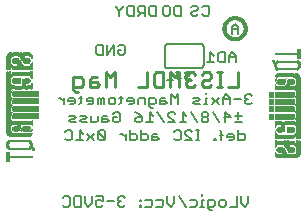
<source format=gbr>
G04 EAGLE Gerber RS-274X export*
G75*
%MOMM*%
%FSLAX34Y34*%
%LPD*%
%INSilkscreen Bottom*%
%IPPOS*%
%AMOC8*
5,1,8,0,0,1.08239X$1,22.5*%
G01*
%ADD10C,0.228600*%
%ADD11C,0.152400*%
%ADD12C,0.127000*%
%ADD13C,0.304800*%
%ADD14C,0.203200*%
%ADD15R,0.022863X0.462278*%
%ADD16R,0.022863X0.462281*%
%ADD17R,0.022863X0.436881*%
%ADD18R,0.023113X0.462278*%
%ADD19R,0.023113X0.462281*%
%ADD20R,0.023113X0.436881*%
%ADD21R,0.023116X0.462278*%
%ADD22R,0.023116X0.462281*%
%ADD23R,0.023116X0.436881*%
%ADD24R,0.023113X0.022863*%
%ADD25R,0.023116X0.091441*%
%ADD26R,0.023113X0.139700*%
%ADD27R,0.023116X0.185419*%
%ADD28R,0.023113X0.254000*%
%ADD29R,0.023113X0.299719*%
%ADD30R,0.023116X0.345438*%
%ADD31R,0.023113X0.391159*%
%ADD32R,0.023116X0.393700*%
%ADD33R,0.022863X0.325119*%
%ADD34R,0.022863X0.599438*%
%ADD35R,0.022863X0.622300*%
%ADD36R,0.022863X0.530859*%
%ADD37R,0.022863X0.439422*%
%ADD38R,0.022863X0.231138*%
%ADD39R,0.022863X0.071119*%
%ADD40R,0.022863X0.533400*%
%ADD41R,0.022863X0.208281*%
%ADD42R,0.023113X0.345441*%
%ADD43R,0.023113X0.576578*%
%ADD44R,0.023113X0.599438*%
%ADD45R,0.023113X0.508000*%
%ADD46R,0.023113X0.416563*%
%ADD47R,0.023113X0.208278*%
%ADD48R,0.023113X0.553722*%
%ADD49R,0.023113X0.208281*%
%ADD50R,0.023116X0.345441*%
%ADD51R,0.023116X0.530859*%
%ADD52R,0.023116X0.370841*%
%ADD53R,0.023116X0.162559*%
%ADD54R,0.023116X0.576581*%
%ADD55R,0.023116X0.208281*%
%ADD56R,0.023113X0.322578*%
%ADD57R,0.023113X0.485137*%
%ADD58R,0.023113X0.416559*%
%ADD59R,0.023113X0.347981*%
%ADD60R,0.023113X0.116838*%
%ADD61R,0.023113X0.647700*%
%ADD62R,0.023116X0.322581*%
%ADD63R,0.023116X0.485137*%
%ADD64R,0.023116X0.093978*%
%ADD65R,0.023116X0.231141*%
%ADD66R,0.023116X0.693419*%
%ADD67R,0.023113X0.322581*%
%ADD68R,0.023113X0.439419*%
%ADD69R,0.023113X0.370841*%
%ADD70R,0.023113X0.299722*%
%ADD71R,0.023113X0.045719*%
%ADD72R,0.023113X0.739138*%
%ADD73R,0.023113X0.414019*%
%ADD74R,0.023113X0.347978*%
%ADD75R,0.023113X0.762000*%
%ADD76R,0.023116X0.414019*%
%ADD77R,0.023116X0.182881*%
%ADD78R,0.023116X0.347978*%
%ADD79R,0.023116X0.276863*%
%ADD80R,0.023116X0.116841*%
%ADD81R,0.023116X0.276859*%
%ADD82R,0.023116X0.784863*%
%ADD83R,0.023113X0.325119*%
%ADD84R,0.023113X0.276863*%
%ADD85R,0.023113X0.276859*%
%ADD86R,0.023116X0.325119*%
%ADD87R,0.023116X0.391159*%
%ADD88R,0.023116X0.302259*%
%ADD89R,0.023116X0.254000*%
%ADD90R,0.023113X0.302259*%
%ADD91R,0.023113X0.393700*%
%ADD92R,0.023113X0.231141*%
%ADD93R,0.022863X0.302259*%
%ADD94R,0.022863X0.439419*%
%ADD95R,0.022863X0.368300*%
%ADD96R,0.022863X0.391159*%
%ADD97R,0.022863X0.416559*%
%ADD98R,0.022863X0.276863*%
%ADD99R,0.022863X0.205741*%
%ADD100R,0.023113X0.368300*%
%ADD101R,0.023113X0.205741*%
%ADD102R,0.023116X0.368300*%
%ADD103R,0.023116X0.205741*%
%ADD104R,0.023113X0.182881*%
%ADD105R,0.022863X0.276859*%
%ADD106R,0.022863X0.182881*%
%ADD107R,0.023113X0.924559*%
%ADD108R,0.023116X0.924559*%
%ADD109R,0.023113X0.901700*%
%ADD110R,0.023116X0.901700*%
%ADD111R,0.023113X0.878841*%
%ADD112R,0.023116X0.855981*%
%ADD113R,0.023113X0.833119*%
%ADD114R,0.022863X0.787400*%
%ADD115R,0.022863X0.414019*%
%ADD116R,0.022863X0.924559*%
%ADD117R,0.023113X0.739141*%
%ADD118R,0.023116X0.716281*%
%ADD119R,0.023116X0.299722*%
%ADD120R,0.023113X0.670559*%
%ADD121R,0.023116X0.647700*%
%ADD122R,0.023116X0.508000*%
%ADD123R,0.023116X0.299719*%
%ADD124R,0.023113X0.601981*%
%ADD125R,0.023113X0.530859*%
%ADD126R,0.023113X0.231138*%
%ADD127R,0.023113X0.556259*%
%ADD128R,0.023113X0.185419*%
%ADD129R,0.023116X0.533400*%
%ADD130R,0.023116X0.599438*%
%ADD131R,0.023116X0.416563*%
%ADD132R,0.023116X0.116838*%
%ADD133R,0.023113X0.485141*%
%ADD134R,0.023113X0.645159*%
%ADD135R,0.023113X0.716278*%
%ADD136R,0.022863X0.393700*%
%ADD137R,0.022863X0.762000*%
%ADD138R,0.022863X0.624841*%
%ADD139R,0.023113X0.784859*%
%ADD140R,0.023113X0.693422*%
%ADD141R,0.023116X0.830578*%
%ADD142R,0.023116X0.739141*%
%ADD143R,0.023113X0.876300*%
%ADD144R,0.023113X0.807722*%
%ADD145R,0.023116X0.899159*%
%ADD146R,0.023116X0.878841*%
%ADD147R,0.023113X0.922019*%
%ADD148R,0.023113X0.947419*%
%ADD149R,0.023116X0.970278*%
%ADD150R,0.023113X0.970278*%
%ADD151R,0.023116X0.439419*%
%ADD152R,0.022863X0.299722*%
%ADD153R,0.023116X0.416559*%
%ADD154R,0.023116X0.347981*%
%ADD155R,0.023113X0.137159*%
%ADD156R,0.023113X0.093978*%
%ADD157R,0.023113X0.091441*%
%ADD158R,0.023113X0.093981*%
%ADD159R,0.023113X0.114300*%
%ADD160R,0.023116X0.045719*%
%ADD161R,0.023116X0.045722*%
%ADD162R,0.023113X0.071119*%
%ADD163R,0.023113X0.116841*%
%ADD164R,0.023116X0.139700*%
%ADD165R,0.022863X0.322581*%
%ADD166R,0.022863X0.345441*%
%ADD167R,0.022863X0.162559*%
%ADD168R,0.022863X0.576581*%
%ADD169R,0.023113X0.668019*%
%ADD170R,0.023113X0.533400*%
%ADD171R,0.023116X1.455419*%
%ADD172R,0.023116X5.519419*%
%ADD173R,0.023113X1.455419*%
%ADD174R,0.023113X5.519419*%
%ADD175R,0.023116X5.494019*%
%ADD176R,0.023113X1.430019*%
%ADD177R,0.023113X5.494019*%
%ADD178R,0.023116X1.430019*%
%ADD179R,0.023116X5.471159*%
%ADD180R,0.023116X0.762000*%
%ADD181R,0.023113X1.407159*%
%ADD182R,0.023113X5.471159*%
%ADD183R,0.022863X1.384300*%
%ADD184R,0.022863X5.448300*%
%ADD185R,0.022863X0.716278*%
%ADD186R,0.022863X0.878841*%
%ADD187R,0.023113X1.361438*%
%ADD188R,0.023113X5.425438*%
%ADD189R,0.023116X1.338578*%
%ADD190R,0.023116X5.402578*%
%ADD191R,0.023116X0.624841*%
%ADD192R,0.023113X1.292859*%
%ADD193R,0.023113X5.356859*%
%ADD194R,0.023116X1.224278*%
%ADD195R,0.023116X5.288278*%


D10*
X198204Y116724D02*
X198204Y104267D01*
X189899Y104267D01*
X184639Y104267D02*
X180487Y104267D01*
X182563Y104267D02*
X182563Y116724D01*
X184639Y116724D02*
X180487Y116724D01*
X169367Y116724D02*
X167291Y114648D01*
X169367Y116724D02*
X173519Y116724D01*
X175595Y114648D01*
X175595Y112571D01*
X173519Y110495D01*
X169367Y110495D01*
X167291Y108419D01*
X167291Y106343D01*
X169367Y104267D01*
X173519Y104267D01*
X175595Y106343D01*
X162030Y114648D02*
X159954Y116724D01*
X155802Y116724D01*
X153726Y114648D01*
X153726Y112571D01*
X155802Y110495D01*
X157878Y110495D01*
X155802Y110495D02*
X153726Y108419D01*
X153726Y106343D01*
X155802Y104267D01*
X159954Y104267D01*
X162030Y106343D01*
X148465Y104267D02*
X148465Y116724D01*
X144313Y112571D01*
X140161Y116724D01*
X140161Y104267D01*
X134900Y104267D02*
X134900Y116724D01*
X134900Y104267D02*
X128672Y104267D01*
X126596Y106343D01*
X126596Y114648D01*
X128672Y116724D01*
X134900Y116724D01*
X121335Y116724D02*
X121335Y104267D01*
X113031Y104267D01*
X94205Y104267D02*
X94205Y116724D01*
X90053Y112571D01*
X85901Y116724D01*
X85901Y104267D01*
X78564Y112571D02*
X74412Y112571D01*
X72336Y110495D01*
X72336Y104267D01*
X78564Y104267D01*
X80640Y106343D01*
X78564Y108419D01*
X72336Y108419D01*
X62923Y100115D02*
X60847Y100115D01*
X58771Y102191D01*
X58771Y112571D01*
X64999Y112571D01*
X67075Y110495D01*
X67075Y106343D01*
X64999Y104267D01*
X58771Y104267D01*
D11*
X208215Y98305D02*
X209655Y96865D01*
X208215Y98305D02*
X205333Y98305D01*
X203893Y96865D01*
X203893Y95424D01*
X205333Y93984D01*
X206774Y93984D01*
X205333Y93984D02*
X203893Y92543D01*
X203893Y91103D01*
X205333Y89662D01*
X208215Y89662D01*
X209655Y91103D01*
X200300Y93984D02*
X194538Y93984D01*
X190945Y95424D02*
X190945Y89662D01*
X190945Y95424D02*
X188064Y98305D01*
X185183Y95424D01*
X185183Y89662D01*
X185183Y93984D02*
X190945Y93984D01*
X181590Y95424D02*
X175827Y89662D01*
X175827Y95424D02*
X181590Y89662D01*
X172234Y95424D02*
X170794Y95424D01*
X170794Y89662D01*
X172234Y89662D02*
X169353Y89662D01*
X170794Y98305D02*
X170794Y99746D01*
X165998Y89662D02*
X161676Y89662D01*
X160235Y91103D01*
X161676Y92543D01*
X164557Y92543D01*
X165998Y93984D01*
X164557Y95424D01*
X160235Y95424D01*
X147287Y98305D02*
X147287Y89662D01*
X144406Y95424D02*
X147287Y98305D01*
X144406Y95424D02*
X141525Y98305D01*
X141525Y89662D01*
X136492Y95424D02*
X133610Y95424D01*
X132170Y93984D01*
X132170Y89662D01*
X136492Y89662D01*
X137932Y91103D01*
X136492Y92543D01*
X132170Y92543D01*
X125696Y86781D02*
X124255Y86781D01*
X122815Y88221D01*
X122815Y95424D01*
X127136Y95424D01*
X128577Y93984D01*
X128577Y91103D01*
X127136Y89662D01*
X122815Y89662D01*
X119222Y89662D02*
X119222Y95424D01*
X114900Y95424D01*
X113459Y93984D01*
X113459Y89662D01*
X108426Y89662D02*
X105545Y89662D01*
X108426Y89662D02*
X109867Y91103D01*
X109867Y93984D01*
X108426Y95424D01*
X105545Y95424D01*
X104104Y93984D01*
X104104Y92543D01*
X109867Y92543D01*
X99071Y91103D02*
X99071Y96865D01*
X99071Y91103D02*
X97630Y89662D01*
X97630Y95424D02*
X100511Y95424D01*
X92834Y89662D02*
X89953Y89662D01*
X88512Y91103D01*
X88512Y93984D01*
X89953Y95424D01*
X92834Y95424D01*
X94275Y93984D01*
X94275Y91103D01*
X92834Y89662D01*
X84919Y89662D02*
X84919Y95424D01*
X83479Y95424D01*
X82038Y93984D01*
X82038Y89662D01*
X82038Y93984D02*
X80598Y95424D01*
X79157Y93984D01*
X79157Y89662D01*
X74124Y89662D02*
X71242Y89662D01*
X74124Y89662D02*
X75564Y91103D01*
X75564Y93984D01*
X74124Y95424D01*
X71242Y95424D01*
X69802Y93984D01*
X69802Y92543D01*
X75564Y92543D01*
X64768Y91103D02*
X64768Y96865D01*
X64768Y91103D02*
X63328Y89662D01*
X63328Y95424D02*
X66209Y95424D01*
X58532Y89662D02*
X55651Y89662D01*
X58532Y89662D02*
X59972Y91103D01*
X59972Y93984D01*
X58532Y95424D01*
X55651Y95424D01*
X54210Y93984D01*
X54210Y92543D01*
X59972Y92543D01*
X50617Y89662D02*
X50617Y95424D01*
X50617Y92543D02*
X47736Y95424D01*
X46295Y95424D01*
X195317Y74422D02*
X201080Y74422D01*
X201080Y80184D02*
X195317Y80184D01*
X198198Y83065D02*
X198198Y77303D01*
X187403Y74422D02*
X187403Y83065D01*
X191724Y78744D01*
X185962Y78744D01*
X182369Y74422D02*
X176607Y83065D01*
X173014Y81625D02*
X171573Y83065D01*
X168692Y83065D01*
X167252Y81625D01*
X167252Y80184D01*
X168692Y78744D01*
X167252Y77303D01*
X167252Y75863D01*
X168692Y74422D01*
X171573Y74422D01*
X173014Y75863D01*
X173014Y77303D01*
X171573Y78744D01*
X173014Y80184D01*
X173014Y81625D01*
X171573Y78744D02*
X168692Y78744D01*
X163659Y74422D02*
X157897Y83065D01*
X154304Y80184D02*
X151423Y83065D01*
X151423Y74422D01*
X154304Y74422D02*
X148541Y74422D01*
X144948Y74422D02*
X139186Y74422D01*
X144948Y74422D02*
X139186Y80184D01*
X139186Y81625D01*
X140627Y83065D01*
X143508Y83065D01*
X144948Y81625D01*
X135593Y74422D02*
X129831Y83065D01*
X126238Y80184D02*
X123357Y83065D01*
X123357Y74422D01*
X126238Y74422D02*
X120476Y74422D01*
X114002Y81625D02*
X111121Y83065D01*
X114002Y81625D02*
X116883Y78744D01*
X116883Y75863D01*
X115442Y74422D01*
X112561Y74422D01*
X111121Y75863D01*
X111121Y77303D01*
X112561Y78744D01*
X116883Y78744D01*
X93851Y83065D02*
X92410Y81625D01*
X93851Y83065D02*
X96732Y83065D01*
X98173Y81625D01*
X98173Y75863D01*
X96732Y74422D01*
X93851Y74422D01*
X92410Y75863D01*
X92410Y78744D01*
X95291Y78744D01*
X87377Y80184D02*
X84496Y80184D01*
X83055Y78744D01*
X83055Y74422D01*
X87377Y74422D01*
X88817Y75863D01*
X87377Y77303D01*
X83055Y77303D01*
X79462Y75863D02*
X79462Y80184D01*
X79462Y75863D02*
X78022Y74422D01*
X73700Y74422D01*
X73700Y80184D01*
X70107Y74422D02*
X65785Y74422D01*
X64345Y75863D01*
X65785Y77303D01*
X68666Y77303D01*
X70107Y78744D01*
X68666Y80184D01*
X64345Y80184D01*
X60752Y74422D02*
X56430Y74422D01*
X54990Y75863D01*
X56430Y77303D01*
X59311Y77303D01*
X60752Y78744D01*
X59311Y80184D01*
X54990Y80184D01*
X198436Y67825D02*
X198436Y59182D01*
X202757Y59182D01*
X204198Y60623D01*
X204198Y63504D01*
X202757Y64944D01*
X198436Y64944D01*
X193402Y59182D02*
X190521Y59182D01*
X193402Y59182D02*
X194843Y60623D01*
X194843Y63504D01*
X193402Y64944D01*
X190521Y64944D01*
X189081Y63504D01*
X189081Y62063D01*
X194843Y62063D01*
X184047Y59182D02*
X184047Y66385D01*
X182606Y67825D01*
X182606Y63504D02*
X185488Y63504D01*
X179251Y60623D02*
X179251Y59182D01*
X179251Y60623D02*
X177810Y60623D01*
X177810Y59182D01*
X179251Y59182D01*
X165218Y59182D02*
X162337Y59182D01*
X163777Y59182D02*
X163777Y67825D01*
X162337Y67825D02*
X165218Y67825D01*
X158981Y59182D02*
X153219Y59182D01*
X158981Y59182D02*
X153219Y64944D01*
X153219Y66385D01*
X154660Y67825D01*
X157541Y67825D01*
X158981Y66385D01*
X145304Y67825D02*
X143864Y66385D01*
X145304Y67825D02*
X148186Y67825D01*
X149626Y66385D01*
X149626Y60623D01*
X148186Y59182D01*
X145304Y59182D01*
X143864Y60623D01*
X129475Y64944D02*
X126594Y64944D01*
X125153Y63504D01*
X125153Y59182D01*
X129475Y59182D01*
X130916Y60623D01*
X129475Y62063D01*
X125153Y62063D01*
X115798Y59182D02*
X115798Y67825D01*
X115798Y59182D02*
X120120Y59182D01*
X121561Y60623D01*
X121561Y63504D01*
X120120Y64944D01*
X115798Y64944D01*
X106443Y67825D02*
X106443Y59182D01*
X110765Y59182D01*
X112205Y60623D01*
X112205Y63504D01*
X110765Y64944D01*
X106443Y64944D01*
X102850Y64944D02*
X102850Y59182D01*
X102850Y62063D02*
X99969Y64944D01*
X98528Y64944D01*
X85699Y66385D02*
X85699Y60623D01*
X85699Y66385D02*
X84258Y67825D01*
X81377Y67825D01*
X79937Y66385D01*
X79937Y60623D01*
X81377Y59182D01*
X84258Y59182D01*
X85699Y60623D01*
X79937Y66385D01*
X76344Y64944D02*
X70582Y59182D01*
X76344Y59182D02*
X70582Y64944D01*
X66989Y64944D02*
X64107Y67825D01*
X64107Y59182D01*
X61226Y59182D02*
X66989Y59182D01*
X53312Y67825D02*
X51871Y66385D01*
X53312Y67825D02*
X56193Y67825D01*
X57633Y66385D01*
X57633Y60623D01*
X56193Y59182D01*
X53312Y59182D01*
X51871Y60623D01*
D12*
X206664Y12073D02*
X206664Y6141D01*
X203698Y3175D01*
X200732Y6141D01*
X200732Y12073D01*
X197309Y12073D02*
X197309Y3175D01*
X191377Y3175D01*
X186470Y3175D02*
X183505Y3175D01*
X182022Y4658D01*
X182022Y7624D01*
X183505Y9107D01*
X186470Y9107D01*
X187953Y7624D01*
X187953Y4658D01*
X186470Y3175D01*
X175632Y209D02*
X174149Y209D01*
X172666Y1692D01*
X172666Y9107D01*
X177115Y9107D01*
X178598Y7624D01*
X178598Y4658D01*
X177115Y3175D01*
X172666Y3175D01*
X169243Y9107D02*
X167760Y9107D01*
X167760Y3175D01*
X169243Y3175D02*
X166277Y3175D01*
X167760Y12073D02*
X167760Y13556D01*
X161523Y9107D02*
X157075Y9107D01*
X161523Y9107D02*
X163006Y7624D01*
X163006Y4658D01*
X161523Y3175D01*
X157075Y3175D01*
X153651Y3175D02*
X147719Y12073D01*
X144296Y12073D02*
X144296Y6141D01*
X141330Y3175D01*
X138364Y6141D01*
X138364Y12073D01*
X133458Y9107D02*
X129009Y9107D01*
X133458Y9107D02*
X134941Y7624D01*
X134941Y4658D01*
X133458Y3175D01*
X129009Y3175D01*
X124103Y9107D02*
X119654Y9107D01*
X124103Y9107D02*
X125585Y7624D01*
X125585Y4658D01*
X124103Y3175D01*
X119654Y3175D01*
X116230Y9107D02*
X114747Y9107D01*
X114747Y7624D01*
X116230Y7624D01*
X116230Y9107D01*
X116230Y4658D02*
X114747Y4658D01*
X114747Y3175D01*
X116230Y3175D01*
X116230Y4658D01*
X102198Y10590D02*
X100715Y12073D01*
X97749Y12073D01*
X96266Y10590D01*
X96266Y9107D01*
X97749Y7624D01*
X99232Y7624D01*
X97749Y7624D02*
X96266Y6141D01*
X96266Y4658D01*
X97749Y3175D01*
X100715Y3175D01*
X102198Y4658D01*
X92842Y7624D02*
X86911Y7624D01*
X83487Y12073D02*
X77555Y12073D01*
X83487Y12073D02*
X83487Y7624D01*
X80521Y9107D01*
X79038Y9107D01*
X77555Y7624D01*
X77555Y4658D01*
X79038Y3175D01*
X82004Y3175D01*
X83487Y4658D01*
X74132Y6141D02*
X74132Y12073D01*
X74132Y6141D02*
X71166Y3175D01*
X68200Y6141D01*
X68200Y12073D01*
X64777Y12073D02*
X64777Y3175D01*
X60328Y3175D01*
X58845Y4658D01*
X58845Y10590D01*
X60328Y12073D01*
X64777Y12073D01*
X50973Y12073D02*
X49490Y10590D01*
X50973Y12073D02*
X53939Y12073D01*
X55422Y10590D01*
X55422Y4658D01*
X53939Y3175D01*
X50973Y3175D01*
X49490Y4658D01*
D11*
X167931Y171795D02*
X169372Y173235D01*
X172253Y173235D01*
X173693Y171795D01*
X173693Y166033D01*
X172253Y164592D01*
X169372Y164592D01*
X167931Y166033D01*
X160016Y173235D02*
X158576Y171795D01*
X160016Y173235D02*
X162897Y173235D01*
X164338Y171795D01*
X164338Y170354D01*
X162897Y168914D01*
X160016Y168914D01*
X158576Y167473D01*
X158576Y166033D01*
X160016Y164592D01*
X162897Y164592D01*
X164338Y166033D01*
X149563Y164592D02*
X149563Y173235D01*
X149563Y164592D02*
X145242Y164592D01*
X143801Y166033D01*
X143801Y171795D01*
X145242Y173235D01*
X149563Y173235D01*
X138767Y173235D02*
X135886Y173235D01*
X138767Y173235D02*
X140208Y171795D01*
X140208Y166033D01*
X138767Y164592D01*
X135886Y164592D01*
X134446Y166033D01*
X134446Y171795D01*
X135886Y173235D01*
X128438Y173235D02*
X128438Y164592D01*
X124117Y164592D01*
X122676Y166033D01*
X122676Y171795D01*
X124117Y173235D01*
X128438Y173235D01*
X119083Y173235D02*
X119083Y164592D01*
X119083Y173235D02*
X114762Y173235D01*
X113321Y171795D01*
X113321Y168914D01*
X114762Y167473D01*
X119083Y167473D01*
X116202Y167473D02*
X113321Y164592D01*
X109728Y164592D02*
X109728Y173235D01*
X109728Y164592D02*
X105406Y164592D01*
X103966Y166033D01*
X103966Y171795D01*
X105406Y173235D01*
X109728Y173235D01*
X100373Y173235D02*
X100373Y171795D01*
X97492Y168914D01*
X94611Y171795D01*
X94611Y173235D01*
X97492Y168914D02*
X97492Y164592D01*
X97849Y140215D02*
X96409Y138775D01*
X97849Y140215D02*
X100730Y140215D01*
X102171Y138775D01*
X102171Y133013D01*
X100730Y131572D01*
X97849Y131572D01*
X96409Y133013D01*
X96409Y135894D01*
X99290Y135894D01*
X92816Y140215D02*
X92816Y131572D01*
X87053Y131572D02*
X92816Y140215D01*
X87053Y140215D02*
X87053Y131572D01*
X83460Y131572D02*
X83460Y140215D01*
X83460Y131572D02*
X79139Y131572D01*
X77698Y133013D01*
X77698Y138775D01*
X79139Y140215D01*
X83460Y140215D01*
X196151Y130984D02*
X196151Y125222D01*
X196151Y130984D02*
X193270Y133865D01*
X190389Y130984D01*
X190389Y125222D01*
X190389Y129544D02*
X196151Y129544D01*
X186796Y133865D02*
X186796Y125222D01*
X182474Y125222D01*
X181033Y126663D01*
X181033Y132425D01*
X182474Y133865D01*
X186796Y133865D01*
X177440Y130984D02*
X174559Y133865D01*
X174559Y125222D01*
X177440Y125222D02*
X171678Y125222D01*
D13*
X186600Y153670D02*
X186603Y153890D01*
X186611Y154111D01*
X186624Y154331D01*
X186643Y154550D01*
X186668Y154769D01*
X186697Y154988D01*
X186732Y155205D01*
X186773Y155422D01*
X186818Y155638D01*
X186869Y155852D01*
X186925Y156065D01*
X186987Y156277D01*
X187053Y156487D01*
X187125Y156695D01*
X187202Y156902D01*
X187284Y157106D01*
X187370Y157309D01*
X187462Y157509D01*
X187559Y157708D01*
X187660Y157903D01*
X187767Y158096D01*
X187878Y158287D01*
X187993Y158474D01*
X188113Y158659D01*
X188238Y158841D01*
X188367Y159019D01*
X188501Y159195D01*
X188638Y159367D01*
X188780Y159535D01*
X188926Y159701D01*
X189076Y159862D01*
X189230Y160020D01*
X189388Y160174D01*
X189549Y160324D01*
X189715Y160470D01*
X189883Y160612D01*
X190055Y160749D01*
X190231Y160883D01*
X190409Y161012D01*
X190591Y161137D01*
X190776Y161257D01*
X190963Y161372D01*
X191154Y161483D01*
X191347Y161590D01*
X191542Y161691D01*
X191741Y161788D01*
X191941Y161880D01*
X192144Y161966D01*
X192348Y162048D01*
X192555Y162125D01*
X192763Y162197D01*
X192973Y162263D01*
X193185Y162325D01*
X193398Y162381D01*
X193612Y162432D01*
X193828Y162477D01*
X194045Y162518D01*
X194262Y162553D01*
X194481Y162582D01*
X194700Y162607D01*
X194919Y162626D01*
X195139Y162639D01*
X195360Y162647D01*
X195580Y162650D01*
X195800Y162647D01*
X196021Y162639D01*
X196241Y162626D01*
X196460Y162607D01*
X196679Y162582D01*
X196898Y162553D01*
X197115Y162518D01*
X197332Y162477D01*
X197548Y162432D01*
X197762Y162381D01*
X197975Y162325D01*
X198187Y162263D01*
X198397Y162197D01*
X198605Y162125D01*
X198812Y162048D01*
X199016Y161966D01*
X199219Y161880D01*
X199419Y161788D01*
X199618Y161691D01*
X199813Y161590D01*
X200006Y161483D01*
X200197Y161372D01*
X200384Y161257D01*
X200569Y161137D01*
X200751Y161012D01*
X200929Y160883D01*
X201105Y160749D01*
X201277Y160612D01*
X201445Y160470D01*
X201611Y160324D01*
X201772Y160174D01*
X201930Y160020D01*
X202084Y159862D01*
X202234Y159701D01*
X202380Y159535D01*
X202522Y159367D01*
X202659Y159195D01*
X202793Y159019D01*
X202922Y158841D01*
X203047Y158659D01*
X203167Y158474D01*
X203282Y158287D01*
X203393Y158096D01*
X203500Y157903D01*
X203601Y157708D01*
X203698Y157509D01*
X203790Y157309D01*
X203876Y157106D01*
X203958Y156902D01*
X204035Y156695D01*
X204107Y156487D01*
X204173Y156277D01*
X204235Y156065D01*
X204291Y155852D01*
X204342Y155638D01*
X204387Y155422D01*
X204428Y155205D01*
X204463Y154988D01*
X204492Y154769D01*
X204517Y154550D01*
X204536Y154331D01*
X204549Y154111D01*
X204557Y153890D01*
X204560Y153670D01*
X204557Y153450D01*
X204549Y153229D01*
X204536Y153009D01*
X204517Y152790D01*
X204492Y152571D01*
X204463Y152352D01*
X204428Y152135D01*
X204387Y151918D01*
X204342Y151702D01*
X204291Y151488D01*
X204235Y151275D01*
X204173Y151063D01*
X204107Y150853D01*
X204035Y150645D01*
X203958Y150438D01*
X203876Y150234D01*
X203790Y150031D01*
X203698Y149831D01*
X203601Y149632D01*
X203500Y149437D01*
X203393Y149244D01*
X203282Y149053D01*
X203167Y148866D01*
X203047Y148681D01*
X202922Y148499D01*
X202793Y148321D01*
X202659Y148145D01*
X202522Y147973D01*
X202380Y147805D01*
X202234Y147639D01*
X202084Y147478D01*
X201930Y147320D01*
X201772Y147166D01*
X201611Y147016D01*
X201445Y146870D01*
X201277Y146728D01*
X201105Y146591D01*
X200929Y146457D01*
X200751Y146328D01*
X200569Y146203D01*
X200384Y146083D01*
X200197Y145968D01*
X200006Y145857D01*
X199813Y145750D01*
X199618Y145649D01*
X199419Y145552D01*
X199219Y145460D01*
X199016Y145374D01*
X198812Y145292D01*
X198605Y145215D01*
X198397Y145143D01*
X198187Y145077D01*
X197975Y145015D01*
X197762Y144959D01*
X197548Y144908D01*
X197332Y144863D01*
X197115Y144822D01*
X196898Y144787D01*
X196679Y144758D01*
X196460Y144733D01*
X196241Y144714D01*
X196021Y144701D01*
X195800Y144693D01*
X195580Y144690D01*
X195360Y144693D01*
X195139Y144701D01*
X194919Y144714D01*
X194700Y144733D01*
X194481Y144758D01*
X194262Y144787D01*
X194045Y144822D01*
X193828Y144863D01*
X193612Y144908D01*
X193398Y144959D01*
X193185Y145015D01*
X192973Y145077D01*
X192763Y145143D01*
X192555Y145215D01*
X192348Y145292D01*
X192144Y145374D01*
X191941Y145460D01*
X191741Y145552D01*
X191542Y145649D01*
X191347Y145750D01*
X191154Y145857D01*
X190963Y145968D01*
X190776Y146083D01*
X190591Y146203D01*
X190409Y146328D01*
X190231Y146457D01*
X190055Y146591D01*
X189883Y146728D01*
X189715Y146870D01*
X189549Y147016D01*
X189388Y147166D01*
X189230Y147320D01*
X189076Y147478D01*
X188926Y147639D01*
X188780Y147805D01*
X188638Y147973D01*
X188501Y148145D01*
X188367Y148321D01*
X188238Y148499D01*
X188113Y148681D01*
X187993Y148866D01*
X187878Y149053D01*
X187767Y149244D01*
X187660Y149437D01*
X187559Y149632D01*
X187462Y149831D01*
X187370Y150031D01*
X187284Y150234D01*
X187202Y150438D01*
X187125Y150645D01*
X187053Y150853D01*
X186987Y151063D01*
X186925Y151275D01*
X186869Y151488D01*
X186818Y151702D01*
X186773Y151918D01*
X186732Y152135D01*
X186697Y152352D01*
X186668Y152571D01*
X186643Y152790D01*
X186624Y153009D01*
X186611Y153229D01*
X186603Y153450D01*
X186600Y153670D01*
D14*
X198120Y155029D02*
X198120Y149606D01*
X198120Y155029D02*
X195408Y157741D01*
X192697Y155029D01*
X192697Y149606D01*
X192697Y153673D02*
X198120Y153673D01*
D15*
X224790Y79197D03*
D16*
X224790Y85446D03*
X224790Y91669D03*
D17*
X224790Y98019D03*
D18*
X225020Y79197D03*
D19*
X225020Y85446D03*
X225020Y91669D03*
D20*
X225020Y98019D03*
D21*
X225251Y79197D03*
D22*
X225251Y85446D03*
X225251Y91669D03*
D23*
X225251Y98019D03*
D18*
X225482Y79197D03*
D19*
X225482Y85446D03*
X225482Y91669D03*
D20*
X225482Y98019D03*
D21*
X225713Y79197D03*
D22*
X225713Y85446D03*
X225713Y91669D03*
D23*
X225713Y98019D03*
D18*
X225944Y79197D03*
D19*
X225944Y85446D03*
X225944Y91669D03*
D20*
X225944Y98019D03*
D18*
X226176Y79197D03*
D19*
X226176Y85446D03*
X226176Y91669D03*
D20*
X226176Y98019D03*
D21*
X226407Y79197D03*
D22*
X226407Y85446D03*
X226407Y91669D03*
D23*
X226407Y98019D03*
D18*
X226638Y79197D03*
D19*
X226638Y85446D03*
X226638Y91669D03*
D20*
X226638Y98019D03*
D21*
X226869Y79197D03*
D22*
X226869Y85446D03*
X226869Y91669D03*
D23*
X226869Y98019D03*
D18*
X227100Y79197D03*
D19*
X227100Y85446D03*
X227100Y91669D03*
D20*
X227100Y98019D03*
D15*
X227330Y79197D03*
D16*
X227330Y85446D03*
X227330Y91669D03*
D17*
X227330Y98019D03*
D18*
X227560Y79197D03*
D19*
X227560Y85446D03*
X227560Y91669D03*
D20*
X227560Y98019D03*
D24*
X227560Y126429D03*
D21*
X227791Y79197D03*
D22*
X227791Y85446D03*
X227791Y91669D03*
D23*
X227791Y98019D03*
D25*
X227791Y126314D03*
D18*
X228022Y79197D03*
D19*
X228022Y85446D03*
X228022Y91669D03*
D20*
X228022Y98019D03*
D26*
X228022Y126073D03*
D21*
X228253Y79197D03*
D22*
X228253Y85446D03*
X228253Y91669D03*
D23*
X228253Y98019D03*
D27*
X228253Y126073D03*
D18*
X228484Y79197D03*
D19*
X228484Y85446D03*
X228484Y91669D03*
D20*
X228484Y98019D03*
D28*
X228484Y125959D03*
D18*
X228716Y79197D03*
D19*
X228716Y85446D03*
X228716Y91669D03*
D20*
X228716Y98019D03*
D29*
X228716Y125730D03*
D21*
X228947Y79197D03*
D22*
X228947Y85446D03*
X228947Y91669D03*
D23*
X228947Y98019D03*
D30*
X228947Y125730D03*
D31*
X229178Y125501D03*
D32*
X229409Y125032D03*
D18*
X229640Y124003D03*
D33*
X229870Y48031D03*
D34*
X229870Y55880D03*
D35*
X229870Y63614D03*
D36*
X229870Y72631D03*
D15*
X229870Y79197D03*
D16*
X229870Y85446D03*
X229870Y91669D03*
D17*
X229870Y98019D03*
D37*
X229870Y104254D03*
D38*
X229870Y109919D03*
D39*
X229870Y113030D03*
D40*
X229870Y123190D03*
D41*
X229870Y132436D03*
D42*
X230100Y47676D03*
D43*
X230100Y55994D03*
D44*
X230100Y63500D03*
D45*
X230100Y72746D03*
D18*
X230100Y79197D03*
D19*
X230100Y85446D03*
X230100Y91669D03*
D20*
X230100Y98019D03*
D46*
X230100Y104140D03*
D47*
X230100Y110033D03*
D26*
X230100Y113373D03*
D48*
X230100Y122606D03*
D49*
X230100Y132436D03*
D50*
X230331Y47219D03*
D51*
X230331Y56223D03*
X230331Y63157D03*
D21*
X230331Y72974D03*
X230331Y79197D03*
D22*
X230331Y85446D03*
X230331Y91669D03*
D23*
X230331Y98019D03*
D52*
X230331Y103911D03*
D53*
X230331Y110261D03*
D27*
X230331Y113602D03*
D54*
X230331Y122492D03*
D55*
X230331Y132436D03*
D56*
X230562Y46876D03*
D57*
X230562Y56452D03*
D45*
X230562Y63043D03*
D58*
X230562Y73203D03*
D18*
X230562Y79197D03*
D19*
X230562Y85446D03*
X230562Y91669D03*
D20*
X230562Y98019D03*
D59*
X230562Y103797D03*
D60*
X230562Y110490D03*
D47*
X230562Y113716D03*
D61*
X230562Y122619D03*
D49*
X230562Y132436D03*
D62*
X230793Y46647D03*
D21*
X230793Y56566D03*
D63*
X230793Y62929D03*
D32*
X230793Y73317D03*
D21*
X230793Y79197D03*
D22*
X230793Y85446D03*
X230793Y91669D03*
D23*
X230793Y98019D03*
D62*
X230793Y103670D03*
D64*
X230793Y110604D03*
D65*
X230793Y113830D03*
D66*
X230793Y122619D03*
D55*
X230793Y132436D03*
D67*
X231024Y46419D03*
D68*
X231024Y56680D03*
D18*
X231024Y62814D03*
D69*
X231024Y73431D03*
D18*
X231024Y79197D03*
D19*
X231024Y85446D03*
X231024Y91669D03*
D20*
X231024Y98019D03*
D70*
X231024Y103556D03*
D71*
X231024Y110846D03*
D28*
X231024Y113944D03*
D72*
X231024Y122619D03*
D49*
X231024Y132436D03*
D67*
X231256Y46190D03*
D73*
X231256Y56807D03*
D68*
X231256Y62700D03*
D74*
X231256Y73546D03*
D18*
X231256Y79197D03*
D19*
X231256Y85446D03*
X231256Y91669D03*
D20*
X231256Y98019D03*
D70*
X231256Y103556D03*
D28*
X231256Y113944D03*
D75*
X231256Y122504D03*
D49*
X231256Y132436D03*
D62*
X231487Y46190D03*
D65*
X231487Y51270D03*
D76*
X231487Y56807D03*
X231487Y62573D03*
D77*
X231487Y68351D03*
D78*
X231487Y73546D03*
D21*
X231487Y79197D03*
D22*
X231487Y85446D03*
X231487Y91669D03*
D23*
X231487Y98019D03*
D79*
X231487Y103442D03*
D80*
X231487Y108179D03*
D81*
X231487Y114059D03*
D82*
X231487Y122619D03*
D55*
X231487Y132436D03*
D83*
X231718Y45949D03*
D67*
X231718Y51270D03*
D31*
X231718Y56921D03*
D73*
X231718Y62573D03*
D83*
X231718Y68351D03*
X231718Y73660D03*
D18*
X231718Y79197D03*
D19*
X231718Y85446D03*
X231718Y91669D03*
D20*
X231718Y98019D03*
D84*
X231718Y103442D03*
D85*
X231718Y108293D03*
X231718Y114059D03*
D84*
X231718Y120079D03*
D85*
X231718Y125387D03*
D49*
X231718Y132436D03*
D86*
X231949Y45949D03*
D52*
X231949Y51257D03*
D87*
X231949Y56921D03*
D76*
X231949Y62573D03*
D52*
X231949Y68351D03*
D86*
X231949Y73660D03*
D21*
X231949Y79197D03*
D22*
X231949Y85446D03*
X231949Y91669D03*
D23*
X231949Y98019D03*
D79*
X231949Y103442D03*
D50*
X231949Y108407D03*
D88*
X231949Y114186D03*
D89*
X231949Y119736D03*
D65*
X231949Y125616D03*
D55*
X231949Y132436D03*
D83*
X232180Y45949D03*
D58*
X232180Y51257D03*
D31*
X232180Y56921D03*
X232180Y62459D03*
D58*
X232180Y68351D03*
D90*
X232180Y73774D03*
D18*
X232180Y79197D03*
D19*
X232180Y85446D03*
X232180Y91669D03*
D20*
X232180Y98019D03*
D84*
X232180Y103442D03*
D91*
X232180Y108649D03*
D90*
X232180Y114186D03*
D92*
X232180Y119621D03*
D49*
X232180Y125730D03*
X232180Y132436D03*
D93*
X232410Y45834D03*
D94*
X232410Y51143D03*
D95*
X232410Y57036D03*
D96*
X232410Y62459D03*
D97*
X232410Y68351D03*
D93*
X232410Y73774D03*
D15*
X232410Y79197D03*
D16*
X232410Y85446D03*
X232410Y91669D03*
D17*
X232410Y98019D03*
D98*
X232410Y103442D03*
D94*
X232410Y108649D03*
D93*
X232410Y114186D03*
D99*
X232410Y119494D03*
D41*
X232410Y125730D03*
X232410Y132436D03*
D90*
X232640Y45834D03*
D18*
X232640Y51257D03*
D100*
X232640Y57036D03*
D31*
X232640Y62459D03*
D19*
X232640Y68351D03*
D90*
X232640Y73774D03*
D18*
X232640Y79197D03*
D19*
X232640Y85446D03*
X232640Y91669D03*
D20*
X232640Y98019D03*
D84*
X232640Y103442D03*
D18*
X232640Y108763D03*
D90*
X232640Y114186D03*
D101*
X232640Y119494D03*
D49*
X232640Y125959D03*
X232640Y132436D03*
D88*
X232871Y45834D03*
D21*
X232871Y51257D03*
D102*
X232871Y57036D03*
D87*
X232871Y62459D03*
D22*
X232871Y68351D03*
D88*
X232871Y73774D03*
D21*
X232871Y79197D03*
D22*
X232871Y85446D03*
X232871Y91669D03*
D23*
X232871Y98019D03*
D79*
X232871Y103442D03*
D21*
X232871Y108763D03*
D88*
X232871Y114186D03*
D103*
X232871Y119494D03*
D55*
X232871Y125959D03*
X232871Y132436D03*
D90*
X233102Y45834D03*
D18*
X233102Y51257D03*
D100*
X233102Y57036D03*
X233102Y62344D03*
D19*
X233102Y68351D03*
D90*
X233102Y73774D03*
D18*
X233102Y79197D03*
D19*
X233102Y85446D03*
X233102Y91669D03*
D20*
X233102Y98019D03*
D84*
X233102Y103442D03*
D18*
X233102Y108763D03*
D90*
X233102Y114186D03*
D101*
X233102Y119494D03*
D49*
X233102Y125959D03*
X233102Y132436D03*
D88*
X233333Y45834D03*
D21*
X233333Y51257D03*
D102*
X233333Y57036D03*
X233333Y62344D03*
D22*
X233333Y68351D03*
D88*
X233333Y73774D03*
D21*
X233333Y79197D03*
D22*
X233333Y85446D03*
X233333Y91669D03*
D23*
X233333Y98019D03*
D79*
X233333Y103442D03*
D21*
X233333Y108763D03*
D88*
X233333Y114186D03*
D77*
X233333Y119380D03*
D55*
X233333Y125959D03*
X233333Y132436D03*
D90*
X233564Y45834D03*
D18*
X233564Y51257D03*
D100*
X233564Y57036D03*
X233564Y62344D03*
D19*
X233564Y68351D03*
D90*
X233564Y73774D03*
D18*
X233564Y79197D03*
D19*
X233564Y85446D03*
X233564Y91669D03*
D20*
X233564Y98019D03*
D84*
X233564Y103442D03*
D18*
X233564Y108763D03*
D90*
X233564Y114186D03*
D104*
X233564Y119380D03*
D49*
X233564Y125959D03*
X233564Y132436D03*
D90*
X233796Y45834D03*
D18*
X233796Y51257D03*
D100*
X233796Y57036D03*
X233796Y62344D03*
D19*
X233796Y68351D03*
D85*
X233796Y73901D03*
D18*
X233796Y79197D03*
D19*
X233796Y85446D03*
X233796Y91669D03*
D20*
X233796Y98019D03*
D84*
X233796Y103442D03*
D18*
X233796Y108763D03*
D90*
X233796Y114186D03*
D104*
X233796Y119380D03*
D49*
X233796Y125959D03*
X233796Y132436D03*
D88*
X234027Y45834D03*
D21*
X234027Y51257D03*
D102*
X234027Y57036D03*
X234027Y62344D03*
D22*
X234027Y68351D03*
D81*
X234027Y73901D03*
D21*
X234027Y79197D03*
D22*
X234027Y85446D03*
X234027Y91669D03*
D23*
X234027Y98019D03*
D79*
X234027Y103442D03*
D21*
X234027Y108763D03*
D88*
X234027Y114186D03*
D77*
X234027Y119380D03*
D55*
X234027Y125959D03*
X234027Y132436D03*
D90*
X234258Y45834D03*
D18*
X234258Y51257D03*
D100*
X234258Y57036D03*
X234258Y62344D03*
D19*
X234258Y68351D03*
D85*
X234258Y73901D03*
D18*
X234258Y79197D03*
D19*
X234258Y85446D03*
X234258Y91669D03*
D20*
X234258Y98019D03*
D84*
X234258Y103442D03*
D18*
X234258Y108763D03*
D90*
X234258Y114186D03*
D104*
X234258Y119380D03*
D49*
X234258Y125959D03*
X234258Y132436D03*
D88*
X234489Y45834D03*
D21*
X234489Y51257D03*
D102*
X234489Y57036D03*
X234489Y62344D03*
D22*
X234489Y68351D03*
D81*
X234489Y73901D03*
D21*
X234489Y79197D03*
D22*
X234489Y85446D03*
X234489Y91669D03*
D23*
X234489Y98019D03*
D79*
X234489Y103442D03*
D21*
X234489Y108763D03*
D88*
X234489Y114186D03*
D77*
X234489Y119380D03*
D55*
X234489Y125959D03*
X234489Y132436D03*
D90*
X234720Y45834D03*
D18*
X234720Y51257D03*
D100*
X234720Y57036D03*
X234720Y62344D03*
D19*
X234720Y68351D03*
D85*
X234720Y73901D03*
D18*
X234720Y79197D03*
D19*
X234720Y85446D03*
X234720Y91669D03*
D20*
X234720Y98019D03*
D84*
X234720Y103442D03*
D18*
X234720Y108763D03*
D90*
X234720Y114186D03*
D104*
X234720Y119380D03*
D49*
X234720Y125959D03*
X234720Y132436D03*
D93*
X234950Y45834D03*
D15*
X234950Y51257D03*
D95*
X234950Y57036D03*
X234950Y62344D03*
D16*
X234950Y68351D03*
D105*
X234950Y73901D03*
D15*
X234950Y79197D03*
D16*
X234950Y85446D03*
X234950Y91669D03*
D17*
X234950Y98019D03*
D98*
X234950Y103442D03*
D15*
X234950Y108763D03*
D93*
X234950Y114186D03*
D106*
X234950Y119380D03*
D41*
X234950Y125959D03*
X234950Y132436D03*
D90*
X235180Y45834D03*
D18*
X235180Y51257D03*
D100*
X235180Y57036D03*
X235180Y62344D03*
D19*
X235180Y68351D03*
D85*
X235180Y73901D03*
D18*
X235180Y79197D03*
D19*
X235180Y85446D03*
X235180Y91669D03*
D20*
X235180Y98019D03*
D84*
X235180Y103442D03*
D18*
X235180Y108763D03*
D90*
X235180Y114186D03*
D104*
X235180Y119380D03*
D49*
X235180Y125959D03*
X235180Y132436D03*
D88*
X235411Y45834D03*
D21*
X235411Y51257D03*
D102*
X235411Y57036D03*
X235411Y62344D03*
D22*
X235411Y68351D03*
D81*
X235411Y73901D03*
D21*
X235411Y79197D03*
D22*
X235411Y85446D03*
X235411Y91669D03*
D23*
X235411Y98019D03*
D79*
X235411Y103442D03*
D21*
X235411Y108763D03*
D88*
X235411Y114186D03*
D77*
X235411Y119380D03*
D55*
X235411Y125959D03*
X235411Y132436D03*
D90*
X235642Y45834D03*
D18*
X235642Y51257D03*
D100*
X235642Y57036D03*
X235642Y62344D03*
D107*
X235642Y70663D03*
D18*
X235642Y79197D03*
D19*
X235642Y85446D03*
X235642Y91669D03*
D20*
X235642Y98019D03*
D84*
X235642Y103442D03*
D18*
X235642Y108763D03*
D90*
X235642Y114186D03*
D104*
X235642Y119380D03*
D49*
X235642Y125959D03*
X235642Y132436D03*
D88*
X235873Y45834D03*
D21*
X235873Y51257D03*
D102*
X235873Y57036D03*
X235873Y62344D03*
D108*
X235873Y70663D03*
D21*
X235873Y79197D03*
D22*
X235873Y85446D03*
X235873Y91669D03*
D23*
X235873Y98019D03*
D79*
X235873Y103442D03*
D21*
X235873Y108763D03*
D88*
X235873Y114186D03*
D77*
X235873Y119380D03*
D55*
X235873Y125959D03*
X235873Y132436D03*
D90*
X236104Y45834D03*
D68*
X236104Y51143D03*
D100*
X236104Y57036D03*
X236104Y62344D03*
D107*
X236104Y70663D03*
D18*
X236104Y79197D03*
D19*
X236104Y85446D03*
X236104Y91669D03*
D20*
X236104Y98019D03*
D84*
X236104Y103442D03*
D18*
X236104Y108763D03*
D90*
X236104Y114186D03*
D104*
X236104Y119380D03*
D49*
X236104Y125959D03*
X236104Y132436D03*
D109*
X236336Y48832D03*
D100*
X236336Y57036D03*
X236336Y62344D03*
D107*
X236336Y70663D03*
D18*
X236336Y79197D03*
D19*
X236336Y85446D03*
X236336Y91669D03*
D20*
X236336Y98019D03*
D84*
X236336Y103442D03*
D18*
X236336Y108763D03*
D90*
X236336Y114186D03*
D104*
X236336Y119380D03*
D49*
X236336Y125959D03*
X236336Y132436D03*
D110*
X236567Y48832D03*
D102*
X236567Y57036D03*
X236567Y62344D03*
D108*
X236567Y70663D03*
D21*
X236567Y79197D03*
D22*
X236567Y85446D03*
X236567Y91669D03*
D23*
X236567Y98019D03*
D79*
X236567Y103442D03*
D21*
X236567Y108763D03*
D88*
X236567Y114186D03*
D77*
X236567Y119380D03*
D55*
X236567Y125959D03*
X236567Y132436D03*
D111*
X236798Y48717D03*
D31*
X236798Y56921D03*
D100*
X236798Y62344D03*
D107*
X236798Y70663D03*
D18*
X236798Y79197D03*
D19*
X236798Y85446D03*
X236798Y91669D03*
D20*
X236798Y98019D03*
D84*
X236798Y103442D03*
D18*
X236798Y108763D03*
D90*
X236798Y114186D03*
D104*
X236798Y119380D03*
D49*
X236798Y125959D03*
X236798Y132436D03*
D112*
X237029Y48603D03*
D87*
X237029Y56921D03*
D102*
X237029Y62344D03*
D108*
X237029Y70663D03*
D21*
X237029Y79197D03*
D22*
X237029Y85446D03*
X237029Y91669D03*
D23*
X237029Y98019D03*
D79*
X237029Y103442D03*
D21*
X237029Y108763D03*
D88*
X237029Y114186D03*
D77*
X237029Y119380D03*
D55*
X237029Y125959D03*
X237029Y132436D03*
D113*
X237260Y48489D03*
D73*
X237260Y56807D03*
D100*
X237260Y62344D03*
D107*
X237260Y70663D03*
D18*
X237260Y79197D03*
D19*
X237260Y85446D03*
X237260Y91669D03*
D20*
X237260Y98019D03*
D84*
X237260Y103442D03*
D68*
X237260Y108877D03*
D90*
X237260Y114186D03*
D104*
X237260Y119380D03*
D49*
X237260Y125959D03*
X237260Y132436D03*
D114*
X237490Y48260D03*
D115*
X237490Y56807D03*
D95*
X237490Y62344D03*
D116*
X237490Y70663D03*
D15*
X237490Y79197D03*
D16*
X237490Y85446D03*
X237490Y91669D03*
D17*
X237490Y98019D03*
D98*
X237490Y103442D03*
D94*
X237490Y108877D03*
D93*
X237490Y114186D03*
D106*
X237490Y119380D03*
D41*
X237490Y125959D03*
X237490Y132436D03*
D117*
X237720Y48019D03*
D68*
X237720Y56680D03*
D100*
X237720Y62344D03*
D107*
X237720Y70663D03*
D18*
X237720Y79197D03*
D19*
X237720Y85446D03*
X237720Y91669D03*
D20*
X237720Y98019D03*
D70*
X237720Y103556D03*
D58*
X237720Y108991D03*
D90*
X237720Y114186D03*
D104*
X237720Y119380D03*
D49*
X237720Y125959D03*
X237720Y132436D03*
D118*
X237951Y47904D03*
D21*
X237951Y56566D03*
D102*
X237951Y62344D03*
D108*
X237951Y70663D03*
D21*
X237951Y79197D03*
D22*
X237951Y85446D03*
X237951Y91669D03*
D23*
X237951Y98019D03*
D119*
X237951Y103556D03*
D32*
X237951Y109106D03*
D88*
X237951Y114186D03*
D77*
X237951Y119380D03*
D55*
X237951Y125959D03*
X237951Y132436D03*
D120*
X238182Y47676D03*
D57*
X238182Y56452D03*
D100*
X238182Y62344D03*
D107*
X238182Y70663D03*
D18*
X238182Y79197D03*
D19*
X238182Y85446D03*
X238182Y91669D03*
D20*
X238182Y98019D03*
D67*
X238182Y103670D03*
D74*
X238182Y109334D03*
D90*
X238182Y114186D03*
D104*
X238182Y119380D03*
D49*
X238182Y125959D03*
X238182Y132436D03*
D121*
X238413Y47562D03*
D122*
X238413Y56337D03*
D102*
X238413Y62344D03*
D81*
X238413Y73901D03*
D21*
X238413Y79197D03*
D22*
X238413Y85446D03*
X238413Y91669D03*
D23*
X238413Y98019D03*
D62*
X238413Y103670D03*
D123*
X238413Y109576D03*
D88*
X238413Y114186D03*
D77*
X238413Y119380D03*
D55*
X238413Y125959D03*
X238413Y132436D03*
D124*
X238644Y47333D03*
D125*
X238644Y56223D03*
D100*
X238644Y62344D03*
D85*
X238644Y73901D03*
D18*
X238644Y79197D03*
D19*
X238644Y85446D03*
X238644Y91669D03*
D20*
X238644Y98019D03*
D59*
X238644Y103797D03*
D126*
X238644Y109919D03*
D90*
X238644Y114186D03*
D104*
X238644Y119380D03*
D49*
X238644Y125959D03*
X238644Y132436D03*
D127*
X238876Y47104D03*
D43*
X238876Y55994D03*
D100*
X238876Y62344D03*
D85*
X238876Y73901D03*
D18*
X238876Y79197D03*
D19*
X238876Y85446D03*
X238876Y91669D03*
D20*
X238876Y98019D03*
D69*
X238876Y103911D03*
D128*
X238876Y110147D03*
D90*
X238876Y114186D03*
D104*
X238876Y119380D03*
D49*
X238876Y125959D03*
X238876Y132436D03*
D129*
X239107Y46990D03*
D130*
X239107Y55880D03*
D102*
X239107Y62344D03*
D81*
X239107Y73901D03*
D21*
X239107Y79197D03*
D22*
X239107Y85446D03*
X239107Y91669D03*
D23*
X239107Y98019D03*
D131*
X239107Y104140D03*
D132*
X239107Y110490D03*
D88*
X239107Y114186D03*
D77*
X239107Y119380D03*
D55*
X239107Y125959D03*
X239107Y132436D03*
D133*
X239338Y46749D03*
D134*
X239338Y55651D03*
D100*
X239338Y62344D03*
D85*
X239338Y73901D03*
D18*
X239338Y79197D03*
D19*
X239338Y85446D03*
X239338Y91669D03*
D20*
X239338Y98019D03*
D19*
X239338Y104369D03*
D71*
X239338Y110846D03*
D90*
X239338Y114186D03*
D104*
X239338Y119380D03*
D49*
X239338Y125959D03*
X239338Y132436D03*
D22*
X239569Y46634D03*
D66*
X239569Y55410D03*
D102*
X239569Y62344D03*
D81*
X239569Y73901D03*
D21*
X239569Y79197D03*
D22*
X239569Y85446D03*
X239569Y91669D03*
D23*
X239569Y98019D03*
D122*
X239569Y104597D03*
D88*
X239569Y114186D03*
D77*
X239569Y119380D03*
D55*
X239569Y125959D03*
X239569Y132436D03*
D58*
X239800Y46406D03*
D135*
X239800Y55296D03*
D100*
X239800Y62344D03*
D85*
X239800Y73901D03*
D18*
X239800Y79197D03*
D19*
X239800Y85446D03*
X239800Y91669D03*
D20*
X239800Y98019D03*
D48*
X239800Y104826D03*
D90*
X239800Y114186D03*
D104*
X239800Y119380D03*
D49*
X239800Y125959D03*
X239800Y132436D03*
D136*
X240030Y46292D03*
D137*
X240030Y55067D03*
D95*
X240030Y62344D03*
D16*
X240030Y68351D03*
D105*
X240030Y73901D03*
D15*
X240030Y79197D03*
D16*
X240030Y85446D03*
X240030Y91669D03*
D17*
X240030Y98019D03*
D138*
X240030Y105181D03*
D93*
X240030Y114186D03*
D106*
X240030Y119380D03*
D41*
X240030Y125959D03*
X240030Y132436D03*
D69*
X240260Y46177D03*
D139*
X240260Y54953D03*
D100*
X240260Y62344D03*
D19*
X240260Y68351D03*
D85*
X240260Y73901D03*
D18*
X240260Y79197D03*
D19*
X240260Y85446D03*
X240260Y91669D03*
D20*
X240260Y98019D03*
D140*
X240260Y105524D03*
D90*
X240260Y114186D03*
D104*
X240260Y119380D03*
D49*
X240260Y125959D03*
X240260Y132436D03*
D52*
X240491Y46177D03*
D141*
X240491Y54724D03*
D102*
X240491Y62344D03*
D22*
X240491Y68351D03*
D81*
X240491Y73901D03*
D21*
X240491Y79197D03*
D22*
X240491Y85446D03*
X240491Y91669D03*
D23*
X240491Y98019D03*
D142*
X240491Y105753D03*
D88*
X240491Y114186D03*
D77*
X240491Y119380D03*
D55*
X240491Y125959D03*
X240491Y132436D03*
D59*
X240722Y46063D03*
D143*
X240722Y54496D03*
D100*
X240722Y62344D03*
D19*
X240722Y68351D03*
D85*
X240722Y73901D03*
D18*
X240722Y79197D03*
D19*
X240722Y85446D03*
X240722Y91669D03*
D20*
X240722Y98019D03*
D144*
X240722Y106096D03*
D90*
X240722Y114186D03*
D104*
X240722Y119380D03*
D49*
X240722Y125959D03*
X240722Y132436D03*
D86*
X240953Y45949D03*
D145*
X240953Y54381D03*
D102*
X240953Y62344D03*
D22*
X240953Y68351D03*
D81*
X240953Y73901D03*
D21*
X240953Y79197D03*
D22*
X240953Y85446D03*
X240953Y91669D03*
D23*
X240953Y98019D03*
D146*
X240953Y106451D03*
D88*
X240953Y114186D03*
D77*
X240953Y119380D03*
D55*
X240953Y125959D03*
X240953Y132436D03*
D83*
X241184Y45949D03*
D147*
X241184Y54267D03*
D100*
X241184Y62344D03*
D19*
X241184Y68351D03*
D85*
X241184Y73901D03*
D18*
X241184Y79197D03*
D19*
X241184Y85446D03*
X241184Y91669D03*
D20*
X241184Y98019D03*
D109*
X241184Y106566D03*
D90*
X241184Y114186D03*
D104*
X241184Y119380D03*
D49*
X241184Y125959D03*
X241184Y132436D03*
D83*
X241416Y45949D03*
D148*
X241416Y54140D03*
D100*
X241416Y62344D03*
D19*
X241416Y68351D03*
D85*
X241416Y73901D03*
D18*
X241416Y79197D03*
D19*
X241416Y85446D03*
X241416Y91669D03*
D20*
X241416Y98019D03*
D109*
X241416Y106566D03*
D90*
X241416Y114186D03*
D104*
X241416Y119380D03*
D49*
X241416Y125959D03*
X241416Y132436D03*
D88*
X241647Y45834D03*
D149*
X241647Y54026D03*
D102*
X241647Y62344D03*
D22*
X241647Y68351D03*
D81*
X241647Y73901D03*
D21*
X241647Y79197D03*
D22*
X241647Y85446D03*
X241647Y91669D03*
D23*
X241647Y98019D03*
D110*
X241647Y106566D03*
D88*
X241647Y114186D03*
D77*
X241647Y119380D03*
D55*
X241647Y125959D03*
X241647Y132436D03*
D90*
X241878Y45834D03*
D150*
X241878Y54026D03*
D100*
X241878Y62344D03*
D19*
X241878Y68351D03*
D85*
X241878Y73901D03*
D18*
X241878Y79197D03*
D19*
X241878Y85446D03*
X241878Y91669D03*
D20*
X241878Y98019D03*
D109*
X241878Y106566D03*
D90*
X241878Y114186D03*
D104*
X241878Y119380D03*
D49*
X241878Y125959D03*
X241878Y132436D03*
D88*
X242109Y45834D03*
D21*
X242109Y51257D03*
D102*
X242109Y57036D03*
X242109Y62344D03*
D22*
X242109Y68351D03*
D81*
X242109Y73901D03*
D21*
X242109Y79197D03*
D22*
X242109Y85446D03*
X242109Y91669D03*
D23*
X242109Y98019D03*
D110*
X242109Y106566D03*
D88*
X242109Y114186D03*
D77*
X242109Y119380D03*
D55*
X242109Y125959D03*
X242109Y132436D03*
D90*
X242340Y45834D03*
D18*
X242340Y51257D03*
D100*
X242340Y57036D03*
X242340Y62344D03*
D19*
X242340Y68351D03*
D85*
X242340Y73901D03*
D18*
X242340Y79197D03*
D19*
X242340Y85446D03*
X242340Y91669D03*
D20*
X242340Y98019D03*
D84*
X242340Y103442D03*
D68*
X242340Y108877D03*
D90*
X242340Y114186D03*
D104*
X242340Y119380D03*
D49*
X242340Y125959D03*
X242340Y132436D03*
D93*
X242570Y45834D03*
D15*
X242570Y51257D03*
D95*
X242570Y57036D03*
X242570Y62344D03*
D16*
X242570Y68351D03*
D105*
X242570Y73901D03*
D15*
X242570Y79197D03*
D16*
X242570Y85446D03*
X242570Y91669D03*
D17*
X242570Y98019D03*
D98*
X242570Y103442D03*
D94*
X242570Y108877D03*
D93*
X242570Y114186D03*
D106*
X242570Y119380D03*
D41*
X242570Y125959D03*
X242570Y132436D03*
D90*
X242800Y45834D03*
D18*
X242800Y51257D03*
D100*
X242800Y57036D03*
X242800Y62344D03*
D19*
X242800Y68351D03*
D85*
X242800Y73901D03*
D18*
X242800Y79197D03*
D19*
X242800Y85446D03*
X242800Y91669D03*
D20*
X242800Y98019D03*
D84*
X242800Y103442D03*
D68*
X242800Y108877D03*
D90*
X242800Y114186D03*
D104*
X242800Y119380D03*
D49*
X242800Y125959D03*
X242800Y132436D03*
D88*
X243031Y45834D03*
D21*
X243031Y51257D03*
D102*
X243031Y57036D03*
X243031Y62344D03*
D22*
X243031Y68351D03*
D81*
X243031Y73901D03*
D21*
X243031Y79197D03*
D22*
X243031Y85446D03*
X243031Y91669D03*
D23*
X243031Y98019D03*
D79*
X243031Y103442D03*
D151*
X243031Y108877D03*
D88*
X243031Y114186D03*
D77*
X243031Y119380D03*
D55*
X243031Y125959D03*
X243031Y132436D03*
D90*
X243262Y45834D03*
D18*
X243262Y51257D03*
D100*
X243262Y57036D03*
X243262Y62344D03*
D19*
X243262Y68351D03*
D85*
X243262Y73901D03*
D18*
X243262Y79197D03*
D19*
X243262Y85446D03*
X243262Y91669D03*
D20*
X243262Y98019D03*
D84*
X243262Y103442D03*
D68*
X243262Y108877D03*
D90*
X243262Y114186D03*
D104*
X243262Y119380D03*
D49*
X243262Y125959D03*
X243262Y132436D03*
D88*
X243493Y45834D03*
D21*
X243493Y51257D03*
D102*
X243493Y57036D03*
X243493Y62344D03*
D22*
X243493Y68351D03*
D81*
X243493Y73901D03*
D21*
X243493Y79197D03*
D22*
X243493Y85446D03*
X243493Y91669D03*
D23*
X243493Y98019D03*
D79*
X243493Y103442D03*
D151*
X243493Y108877D03*
D88*
X243493Y114186D03*
D77*
X243493Y119380D03*
D55*
X243493Y125959D03*
X243493Y132436D03*
D90*
X243724Y45834D03*
D18*
X243724Y51257D03*
D100*
X243724Y57036D03*
X243724Y62344D03*
D19*
X243724Y68351D03*
D85*
X243724Y73901D03*
D18*
X243724Y79197D03*
D19*
X243724Y85446D03*
X243724Y91669D03*
D20*
X243724Y98019D03*
D84*
X243724Y103442D03*
D68*
X243724Y108877D03*
D90*
X243724Y114186D03*
D104*
X243724Y119380D03*
D49*
X243724Y125959D03*
X243724Y132436D03*
D90*
X243956Y45834D03*
D18*
X243956Y51257D03*
D100*
X243956Y57036D03*
X243956Y62344D03*
D19*
X243956Y68351D03*
D85*
X243956Y73901D03*
D18*
X243956Y79197D03*
D19*
X243956Y85446D03*
X243956Y91669D03*
D20*
X243956Y98019D03*
D84*
X243956Y103442D03*
D68*
X243956Y108877D03*
D90*
X243956Y114186D03*
D104*
X243956Y119380D03*
D49*
X243956Y125959D03*
X243956Y132436D03*
D88*
X244187Y45834D03*
D21*
X244187Y51257D03*
D102*
X244187Y57036D03*
X244187Y62344D03*
D22*
X244187Y68351D03*
D81*
X244187Y73901D03*
D21*
X244187Y79197D03*
D22*
X244187Y85446D03*
X244187Y91669D03*
D23*
X244187Y98019D03*
D79*
X244187Y103442D03*
D151*
X244187Y108877D03*
D88*
X244187Y114186D03*
D77*
X244187Y119380D03*
D55*
X244187Y125959D03*
X244187Y132436D03*
D90*
X244418Y45834D03*
D18*
X244418Y51257D03*
D100*
X244418Y57036D03*
X244418Y62344D03*
D19*
X244418Y68351D03*
D90*
X244418Y73774D03*
D18*
X244418Y79197D03*
D19*
X244418Y85446D03*
X244418Y91669D03*
D20*
X244418Y98019D03*
D84*
X244418Y103442D03*
D68*
X244418Y108877D03*
D90*
X244418Y114186D03*
D104*
X244418Y119380D03*
D49*
X244418Y125959D03*
X244418Y132436D03*
D88*
X244649Y45834D03*
D21*
X244649Y51257D03*
D102*
X244649Y57036D03*
X244649Y62344D03*
D22*
X244649Y68351D03*
D88*
X244649Y73774D03*
D21*
X244649Y79197D03*
D22*
X244649Y85446D03*
X244649Y91669D03*
D23*
X244649Y98019D03*
D79*
X244649Y103442D03*
D151*
X244649Y108877D03*
D88*
X244649Y114186D03*
D77*
X244649Y119380D03*
D55*
X244649Y125959D03*
X244649Y132436D03*
D90*
X244880Y45834D03*
D18*
X244880Y51257D03*
D100*
X244880Y57036D03*
X244880Y62344D03*
D19*
X244880Y68351D03*
D90*
X244880Y73774D03*
D18*
X244880Y79197D03*
D19*
X244880Y85446D03*
X244880Y91669D03*
D20*
X244880Y98019D03*
D70*
X244880Y103556D03*
D68*
X244880Y108877D03*
D90*
X244880Y114186D03*
D104*
X244880Y119380D03*
D49*
X244880Y125959D03*
X244880Y132436D03*
D93*
X245110Y45834D03*
D15*
X245110Y51257D03*
D95*
X245110Y57036D03*
D96*
X245110Y62459D03*
D16*
X245110Y68351D03*
D93*
X245110Y73774D03*
D15*
X245110Y79197D03*
D16*
X245110Y85446D03*
X245110Y91669D03*
D17*
X245110Y98019D03*
D152*
X245110Y103556D03*
D94*
X245110Y108877D03*
D93*
X245110Y114186D03*
D106*
X245110Y119380D03*
D41*
X245110Y125959D03*
X245110Y132436D03*
D90*
X245340Y45834D03*
D68*
X245340Y51143D03*
D100*
X245340Y57036D03*
D31*
X245340Y62459D03*
D68*
X245340Y68237D03*
D90*
X245340Y73774D03*
D18*
X245340Y79197D03*
D19*
X245340Y85446D03*
X245340Y91669D03*
D20*
X245340Y98019D03*
D70*
X245340Y103556D03*
D58*
X245340Y108763D03*
D90*
X245340Y114186D03*
D104*
X245340Y119380D03*
D49*
X245340Y125959D03*
X245340Y132436D03*
D88*
X245571Y45834D03*
D153*
X245571Y51257D03*
D87*
X245571Y56921D03*
X245571Y62459D03*
D153*
X245571Y68351D03*
D88*
X245571Y73774D03*
D151*
X245571Y79312D03*
X245571Y85560D03*
X245571Y91783D03*
D76*
X245571Y98133D03*
D119*
X245571Y103556D03*
D153*
X245571Y108763D03*
D86*
X245571Y114071D03*
D77*
X245571Y119380D03*
D55*
X245571Y125959D03*
X245571Y132436D03*
D83*
X245802Y45949D03*
D58*
X245802Y51257D03*
D31*
X245802Y56921D03*
X245802Y62459D03*
D58*
X245802Y68351D03*
D90*
X245802Y73774D03*
D100*
X245802Y79439D03*
X245802Y85662D03*
D69*
X245802Y91897D03*
D31*
X245802Y98247D03*
D67*
X245802Y103442D03*
D69*
X245802Y108763D03*
D83*
X245802Y114071D03*
D104*
X245802Y119380D03*
D49*
X245802Y125959D03*
X245802Y132436D03*
D86*
X246033Y45949D03*
D52*
X246033Y51257D03*
D87*
X246033Y56921D03*
D76*
X246033Y62573D03*
D52*
X246033Y68351D03*
D86*
X246033Y73660D03*
D62*
X246033Y79667D03*
D50*
X246033Y85776D03*
D62*
X246033Y92139D03*
X246033Y98362D03*
D50*
X246033Y103556D03*
D154*
X246033Y108877D03*
D86*
X246033Y114071D03*
D77*
X246033Y119380D03*
D55*
X246033Y125959D03*
X246033Y132436D03*
D83*
X246264Y45949D03*
D67*
X246264Y51270D03*
D73*
X246264Y56807D03*
X246264Y62573D03*
D85*
X246264Y68339D03*
D83*
X246264Y73660D03*
D92*
X246264Y79667D03*
X246264Y85890D03*
D28*
X246264Y92253D03*
X246264Y98476D03*
D42*
X246264Y103556D03*
D85*
X246264Y108750D03*
D59*
X246264Y113957D03*
D104*
X246264Y119380D03*
D49*
X246264Y125959D03*
X246264Y132436D03*
D59*
X246496Y46063D03*
D128*
X246496Y51270D03*
D101*
X246496Y55766D03*
D92*
X246496Y63741D03*
D155*
X246496Y68351D03*
D74*
X246496Y73546D03*
D156*
X246496Y79896D03*
D157*
X246496Y85903D03*
D158*
X246496Y92367D03*
D157*
X246496Y98603D03*
D69*
X246496Y103683D03*
D159*
X246496Y108877D03*
D59*
X246496Y113957D03*
D104*
X246496Y119380D03*
D49*
X246496Y125959D03*
X246496Y132436D03*
D52*
X246727Y46177D03*
D65*
X246727Y55639D03*
X246727Y63741D03*
D78*
X246727Y73546D03*
D160*
X246727Y77114D03*
D161*
X246727Y83134D03*
X246727Y89357D03*
D160*
X246727Y95606D03*
D32*
X246727Y103569D03*
D52*
X246727Y113843D03*
D77*
X246727Y119380D03*
D55*
X246727Y125959D03*
X246727Y132436D03*
D69*
X246958Y46177D03*
D92*
X246958Y55639D03*
D28*
X246958Y63856D03*
D69*
X246958Y73431D03*
D162*
X246958Y77241D03*
D157*
X246958Y83134D03*
X246958Y89357D03*
D163*
X246958Y95707D03*
D58*
X246958Y103683D03*
D69*
X246958Y113843D03*
D104*
X246958Y119380D03*
D49*
X246958Y125959D03*
X246958Y132436D03*
D32*
X247189Y46292D03*
D89*
X247189Y55524D03*
D81*
X247189Y63970D03*
D32*
X247189Y73317D03*
D64*
X247189Y77356D03*
D53*
X247189Y83236D03*
D164*
X247189Y89599D03*
X247189Y95822D03*
D21*
X247189Y103683D03*
D32*
X247189Y113729D03*
D77*
X247189Y119380D03*
D55*
X247189Y125959D03*
X247189Y132436D03*
D58*
X247420Y46406D03*
D85*
X247420Y55410D03*
D70*
X247420Y64084D03*
D58*
X247420Y73203D03*
D26*
X247420Y77584D03*
D47*
X247420Y83236D03*
D128*
X247420Y89599D03*
X247420Y95822D03*
D45*
X247420Y103683D03*
D68*
X247420Y113500D03*
D104*
X247420Y119380D03*
D49*
X247420Y125959D03*
X247420Y132436D03*
D16*
X247650Y46634D03*
D165*
X247650Y55182D03*
D166*
X247650Y64313D03*
D15*
X247650Y72974D03*
D167*
X247650Y77699D03*
D105*
X247650Y83350D03*
D98*
X247650Y89599D03*
X247650Y95822D03*
D168*
X247650Y103797D03*
D16*
X247650Y113386D03*
D99*
X247650Y119494D03*
D41*
X247650Y125959D03*
X247650Y132436D03*
D45*
X247880Y46863D03*
D100*
X247880Y54953D03*
D31*
X247880Y64541D03*
D125*
X247880Y72631D03*
D126*
X247880Y78042D03*
D69*
X247880Y83363D03*
D100*
X247880Y89599D03*
D91*
X247880Y95949D03*
D169*
X247880Y103797D03*
D170*
X247880Y113030D03*
D101*
X247880Y119494D03*
D49*
X247880Y125959D03*
X247880Y132436D03*
D171*
X248111Y51600D03*
D172*
X248111Y88100D03*
D103*
X248111Y119494D03*
D55*
X248111Y125959D03*
X248111Y132436D03*
D173*
X248342Y51600D03*
D174*
X248342Y88100D03*
D101*
X248342Y119494D03*
D49*
X248342Y125959D03*
X248342Y132436D03*
D171*
X248573Y51600D03*
D172*
X248573Y88100D03*
D103*
X248573Y119494D03*
D65*
X248573Y125844D03*
D55*
X248573Y132436D03*
D173*
X248804Y51600D03*
D174*
X248804Y88100D03*
D92*
X248804Y119621D03*
X248804Y125844D03*
D49*
X248804Y132436D03*
D173*
X249036Y51600D03*
D174*
X249036Y88100D03*
D28*
X249036Y119736D03*
D92*
X249036Y125616D03*
D49*
X249036Y132436D03*
D171*
X249267Y51600D03*
D175*
X249267Y87973D03*
D79*
X249267Y120079D03*
D81*
X249267Y125387D03*
D146*
X249267Y132537D03*
D176*
X249498Y51727D03*
D177*
X249498Y87973D03*
D144*
X249498Y122733D03*
D111*
X249498Y132537D03*
D178*
X249729Y51727D03*
D179*
X249729Y87859D03*
D180*
X249729Y122733D03*
D146*
X249729Y132537D03*
D181*
X249960Y51841D03*
D182*
X249960Y87859D03*
D75*
X249960Y122733D03*
D111*
X249960Y132537D03*
D183*
X250190Y51956D03*
D184*
X250190Y87744D03*
D185*
X250190Y122733D03*
D186*
X250190Y132537D03*
D187*
X250420Y52070D03*
D188*
X250420Y87630D03*
D120*
X250420Y122733D03*
D111*
X250420Y132537D03*
D189*
X250651Y52184D03*
D190*
X250651Y87516D03*
D191*
X250651Y122733D03*
D146*
X250651Y132537D03*
D192*
X250882Y52413D03*
D193*
X250882Y87287D03*
D48*
X250882Y122606D03*
D111*
X250882Y132537D03*
D194*
X251113Y52756D03*
D195*
X251113Y86944D03*
D151*
X251113Y122720D03*
D146*
X251113Y132537D03*
D15*
X29210Y98603D03*
D16*
X29210Y92354D03*
X29210Y86131D03*
D17*
X29210Y79781D03*
D18*
X28980Y98603D03*
D19*
X28980Y92354D03*
X28980Y86131D03*
D20*
X28980Y79781D03*
D21*
X28749Y98603D03*
D22*
X28749Y92354D03*
X28749Y86131D03*
D23*
X28749Y79781D03*
D18*
X28518Y98603D03*
D19*
X28518Y92354D03*
X28518Y86131D03*
D20*
X28518Y79781D03*
D21*
X28287Y98603D03*
D22*
X28287Y92354D03*
X28287Y86131D03*
D23*
X28287Y79781D03*
D18*
X28056Y98603D03*
D19*
X28056Y92354D03*
X28056Y86131D03*
D20*
X28056Y79781D03*
D18*
X27824Y98603D03*
D19*
X27824Y92354D03*
X27824Y86131D03*
D20*
X27824Y79781D03*
D21*
X27593Y98603D03*
D22*
X27593Y92354D03*
X27593Y86131D03*
D23*
X27593Y79781D03*
D18*
X27362Y98603D03*
D19*
X27362Y92354D03*
X27362Y86131D03*
D20*
X27362Y79781D03*
D21*
X27131Y98603D03*
D22*
X27131Y92354D03*
X27131Y86131D03*
D23*
X27131Y79781D03*
D18*
X26900Y98603D03*
D19*
X26900Y92354D03*
X26900Y86131D03*
D20*
X26900Y79781D03*
D15*
X26670Y98603D03*
D16*
X26670Y92354D03*
X26670Y86131D03*
D17*
X26670Y79781D03*
D18*
X26440Y98603D03*
D19*
X26440Y92354D03*
X26440Y86131D03*
D20*
X26440Y79781D03*
D24*
X26440Y51372D03*
D21*
X26209Y98603D03*
D22*
X26209Y92354D03*
X26209Y86131D03*
D23*
X26209Y79781D03*
D25*
X26209Y51486D03*
D18*
X25978Y98603D03*
D19*
X25978Y92354D03*
X25978Y86131D03*
D20*
X25978Y79781D03*
D26*
X25978Y51727D03*
D21*
X25747Y98603D03*
D22*
X25747Y92354D03*
X25747Y86131D03*
D23*
X25747Y79781D03*
D27*
X25747Y51727D03*
D18*
X25516Y98603D03*
D19*
X25516Y92354D03*
X25516Y86131D03*
D20*
X25516Y79781D03*
D28*
X25516Y51841D03*
D18*
X25284Y98603D03*
D19*
X25284Y92354D03*
X25284Y86131D03*
D20*
X25284Y79781D03*
D29*
X25284Y52070D03*
D21*
X25053Y98603D03*
D22*
X25053Y92354D03*
X25053Y86131D03*
D23*
X25053Y79781D03*
D30*
X25053Y52070D03*
D31*
X24822Y52299D03*
D32*
X24591Y52769D03*
D18*
X24360Y53797D03*
D33*
X24130Y129769D03*
D34*
X24130Y121920D03*
D35*
X24130Y114186D03*
D36*
X24130Y105169D03*
D15*
X24130Y98603D03*
D16*
X24130Y92354D03*
X24130Y86131D03*
D17*
X24130Y79781D03*
D37*
X24130Y73546D03*
D38*
X24130Y67882D03*
D39*
X24130Y64770D03*
D40*
X24130Y54610D03*
D41*
X24130Y45364D03*
D42*
X23900Y130124D03*
D43*
X23900Y121806D03*
D44*
X23900Y114300D03*
D45*
X23900Y105054D03*
D18*
X23900Y98603D03*
D19*
X23900Y92354D03*
X23900Y86131D03*
D20*
X23900Y79781D03*
D46*
X23900Y73660D03*
D47*
X23900Y67767D03*
D26*
X23900Y64427D03*
D48*
X23900Y55194D03*
D49*
X23900Y45364D03*
D50*
X23669Y130581D03*
D51*
X23669Y121577D03*
X23669Y114643D03*
D21*
X23669Y104826D03*
X23669Y98603D03*
D22*
X23669Y92354D03*
X23669Y86131D03*
D23*
X23669Y79781D03*
D52*
X23669Y73889D03*
D53*
X23669Y67539D03*
D27*
X23669Y64199D03*
D54*
X23669Y55309D03*
D55*
X23669Y45364D03*
D56*
X23438Y130924D03*
D57*
X23438Y121349D03*
D45*
X23438Y114757D03*
D58*
X23438Y104597D03*
D18*
X23438Y98603D03*
D19*
X23438Y92354D03*
X23438Y86131D03*
D20*
X23438Y79781D03*
D59*
X23438Y74003D03*
D60*
X23438Y67310D03*
D47*
X23438Y64084D03*
D61*
X23438Y55182D03*
D49*
X23438Y45364D03*
D62*
X23207Y131153D03*
D21*
X23207Y121234D03*
D63*
X23207Y114872D03*
D32*
X23207Y104483D03*
D21*
X23207Y98603D03*
D22*
X23207Y92354D03*
X23207Y86131D03*
D23*
X23207Y79781D03*
D62*
X23207Y74130D03*
D64*
X23207Y67196D03*
D65*
X23207Y63970D03*
D66*
X23207Y55182D03*
D55*
X23207Y45364D03*
D67*
X22976Y131382D03*
D68*
X22976Y121120D03*
D18*
X22976Y114986D03*
D69*
X22976Y104369D03*
D18*
X22976Y98603D03*
D19*
X22976Y92354D03*
X22976Y86131D03*
D20*
X22976Y79781D03*
D70*
X22976Y74244D03*
D71*
X22976Y66954D03*
D28*
X22976Y63856D03*
D72*
X22976Y55182D03*
D49*
X22976Y45364D03*
D67*
X22744Y131610D03*
D73*
X22744Y120993D03*
D68*
X22744Y115100D03*
D74*
X22744Y104254D03*
D18*
X22744Y98603D03*
D19*
X22744Y92354D03*
X22744Y86131D03*
D20*
X22744Y79781D03*
D70*
X22744Y74244D03*
D28*
X22744Y63856D03*
D75*
X22744Y55296D03*
D49*
X22744Y45364D03*
D62*
X22513Y131610D03*
D65*
X22513Y126530D03*
D76*
X22513Y120993D03*
X22513Y115227D03*
D77*
X22513Y109449D03*
D78*
X22513Y104254D03*
D21*
X22513Y98603D03*
D22*
X22513Y92354D03*
X22513Y86131D03*
D23*
X22513Y79781D03*
D79*
X22513Y74359D03*
D80*
X22513Y69621D03*
D81*
X22513Y63741D03*
D82*
X22513Y55182D03*
D55*
X22513Y45364D03*
D83*
X22282Y131851D03*
D67*
X22282Y126530D03*
D31*
X22282Y120879D03*
D73*
X22282Y115227D03*
D83*
X22282Y109449D03*
X22282Y104140D03*
D18*
X22282Y98603D03*
D19*
X22282Y92354D03*
X22282Y86131D03*
D20*
X22282Y79781D03*
D84*
X22282Y74359D03*
D85*
X22282Y69507D03*
X22282Y63741D03*
D84*
X22282Y57722D03*
D85*
X22282Y52413D03*
D49*
X22282Y45364D03*
D86*
X22051Y131851D03*
D52*
X22051Y126543D03*
D87*
X22051Y120879D03*
D76*
X22051Y115227D03*
D52*
X22051Y109449D03*
D86*
X22051Y104140D03*
D21*
X22051Y98603D03*
D22*
X22051Y92354D03*
X22051Y86131D03*
D23*
X22051Y79781D03*
D79*
X22051Y74359D03*
D50*
X22051Y69393D03*
D88*
X22051Y63614D03*
D89*
X22051Y58064D03*
D65*
X22051Y52184D03*
D55*
X22051Y45364D03*
D83*
X21820Y131851D03*
D58*
X21820Y126543D03*
D31*
X21820Y120879D03*
X21820Y115341D03*
D58*
X21820Y109449D03*
D90*
X21820Y104026D03*
D18*
X21820Y98603D03*
D19*
X21820Y92354D03*
X21820Y86131D03*
D20*
X21820Y79781D03*
D84*
X21820Y74359D03*
D91*
X21820Y69152D03*
D90*
X21820Y63614D03*
D92*
X21820Y58179D03*
D49*
X21820Y52070D03*
X21820Y45364D03*
D93*
X21590Y131966D03*
D94*
X21590Y126657D03*
D95*
X21590Y120764D03*
D96*
X21590Y115341D03*
D97*
X21590Y109449D03*
D93*
X21590Y104026D03*
D15*
X21590Y98603D03*
D16*
X21590Y92354D03*
X21590Y86131D03*
D17*
X21590Y79781D03*
D98*
X21590Y74359D03*
D94*
X21590Y69152D03*
D93*
X21590Y63614D03*
D99*
X21590Y58306D03*
D41*
X21590Y52070D03*
X21590Y45364D03*
D90*
X21360Y131966D03*
D18*
X21360Y126543D03*
D100*
X21360Y120764D03*
D31*
X21360Y115341D03*
D19*
X21360Y109449D03*
D90*
X21360Y104026D03*
D18*
X21360Y98603D03*
D19*
X21360Y92354D03*
X21360Y86131D03*
D20*
X21360Y79781D03*
D84*
X21360Y74359D03*
D18*
X21360Y69037D03*
D90*
X21360Y63614D03*
D101*
X21360Y58306D03*
D49*
X21360Y51841D03*
X21360Y45364D03*
D88*
X21129Y131966D03*
D21*
X21129Y126543D03*
D102*
X21129Y120764D03*
D87*
X21129Y115341D03*
D22*
X21129Y109449D03*
D88*
X21129Y104026D03*
D21*
X21129Y98603D03*
D22*
X21129Y92354D03*
X21129Y86131D03*
D23*
X21129Y79781D03*
D79*
X21129Y74359D03*
D21*
X21129Y69037D03*
D88*
X21129Y63614D03*
D103*
X21129Y58306D03*
D55*
X21129Y51841D03*
X21129Y45364D03*
D90*
X20898Y131966D03*
D18*
X20898Y126543D03*
D100*
X20898Y120764D03*
X20898Y115456D03*
D19*
X20898Y109449D03*
D90*
X20898Y104026D03*
D18*
X20898Y98603D03*
D19*
X20898Y92354D03*
X20898Y86131D03*
D20*
X20898Y79781D03*
D84*
X20898Y74359D03*
D18*
X20898Y69037D03*
D90*
X20898Y63614D03*
D101*
X20898Y58306D03*
D49*
X20898Y51841D03*
X20898Y45364D03*
D88*
X20667Y131966D03*
D21*
X20667Y126543D03*
D102*
X20667Y120764D03*
X20667Y115456D03*
D22*
X20667Y109449D03*
D88*
X20667Y104026D03*
D21*
X20667Y98603D03*
D22*
X20667Y92354D03*
X20667Y86131D03*
D23*
X20667Y79781D03*
D79*
X20667Y74359D03*
D21*
X20667Y69037D03*
D88*
X20667Y63614D03*
D77*
X20667Y58420D03*
D55*
X20667Y51841D03*
X20667Y45364D03*
D90*
X20436Y131966D03*
D18*
X20436Y126543D03*
D100*
X20436Y120764D03*
X20436Y115456D03*
D19*
X20436Y109449D03*
D90*
X20436Y104026D03*
D18*
X20436Y98603D03*
D19*
X20436Y92354D03*
X20436Y86131D03*
D20*
X20436Y79781D03*
D84*
X20436Y74359D03*
D18*
X20436Y69037D03*
D90*
X20436Y63614D03*
D104*
X20436Y58420D03*
D49*
X20436Y51841D03*
X20436Y45364D03*
D90*
X20204Y131966D03*
D18*
X20204Y126543D03*
D100*
X20204Y120764D03*
X20204Y115456D03*
D19*
X20204Y109449D03*
D85*
X20204Y103899D03*
D18*
X20204Y98603D03*
D19*
X20204Y92354D03*
X20204Y86131D03*
D20*
X20204Y79781D03*
D84*
X20204Y74359D03*
D18*
X20204Y69037D03*
D90*
X20204Y63614D03*
D104*
X20204Y58420D03*
D49*
X20204Y51841D03*
X20204Y45364D03*
D88*
X19973Y131966D03*
D21*
X19973Y126543D03*
D102*
X19973Y120764D03*
X19973Y115456D03*
D22*
X19973Y109449D03*
D81*
X19973Y103899D03*
D21*
X19973Y98603D03*
D22*
X19973Y92354D03*
X19973Y86131D03*
D23*
X19973Y79781D03*
D79*
X19973Y74359D03*
D21*
X19973Y69037D03*
D88*
X19973Y63614D03*
D77*
X19973Y58420D03*
D55*
X19973Y51841D03*
X19973Y45364D03*
D90*
X19742Y131966D03*
D18*
X19742Y126543D03*
D100*
X19742Y120764D03*
X19742Y115456D03*
D19*
X19742Y109449D03*
D85*
X19742Y103899D03*
D18*
X19742Y98603D03*
D19*
X19742Y92354D03*
X19742Y86131D03*
D20*
X19742Y79781D03*
D84*
X19742Y74359D03*
D18*
X19742Y69037D03*
D90*
X19742Y63614D03*
D104*
X19742Y58420D03*
D49*
X19742Y51841D03*
X19742Y45364D03*
D88*
X19511Y131966D03*
D21*
X19511Y126543D03*
D102*
X19511Y120764D03*
X19511Y115456D03*
D22*
X19511Y109449D03*
D81*
X19511Y103899D03*
D21*
X19511Y98603D03*
D22*
X19511Y92354D03*
X19511Y86131D03*
D23*
X19511Y79781D03*
D79*
X19511Y74359D03*
D21*
X19511Y69037D03*
D88*
X19511Y63614D03*
D77*
X19511Y58420D03*
D55*
X19511Y51841D03*
X19511Y45364D03*
D90*
X19280Y131966D03*
D18*
X19280Y126543D03*
D100*
X19280Y120764D03*
X19280Y115456D03*
D19*
X19280Y109449D03*
D85*
X19280Y103899D03*
D18*
X19280Y98603D03*
D19*
X19280Y92354D03*
X19280Y86131D03*
D20*
X19280Y79781D03*
D84*
X19280Y74359D03*
D18*
X19280Y69037D03*
D90*
X19280Y63614D03*
D104*
X19280Y58420D03*
D49*
X19280Y51841D03*
X19280Y45364D03*
D93*
X19050Y131966D03*
D15*
X19050Y126543D03*
D95*
X19050Y120764D03*
X19050Y115456D03*
D16*
X19050Y109449D03*
D105*
X19050Y103899D03*
D15*
X19050Y98603D03*
D16*
X19050Y92354D03*
X19050Y86131D03*
D17*
X19050Y79781D03*
D98*
X19050Y74359D03*
D15*
X19050Y69037D03*
D93*
X19050Y63614D03*
D106*
X19050Y58420D03*
D41*
X19050Y51841D03*
X19050Y45364D03*
D90*
X18820Y131966D03*
D18*
X18820Y126543D03*
D100*
X18820Y120764D03*
X18820Y115456D03*
D19*
X18820Y109449D03*
D85*
X18820Y103899D03*
D18*
X18820Y98603D03*
D19*
X18820Y92354D03*
X18820Y86131D03*
D20*
X18820Y79781D03*
D84*
X18820Y74359D03*
D18*
X18820Y69037D03*
D90*
X18820Y63614D03*
D104*
X18820Y58420D03*
D49*
X18820Y51841D03*
X18820Y45364D03*
D88*
X18589Y131966D03*
D21*
X18589Y126543D03*
D102*
X18589Y120764D03*
X18589Y115456D03*
D22*
X18589Y109449D03*
D81*
X18589Y103899D03*
D21*
X18589Y98603D03*
D22*
X18589Y92354D03*
X18589Y86131D03*
D23*
X18589Y79781D03*
D79*
X18589Y74359D03*
D21*
X18589Y69037D03*
D88*
X18589Y63614D03*
D77*
X18589Y58420D03*
D55*
X18589Y51841D03*
X18589Y45364D03*
D90*
X18358Y131966D03*
D18*
X18358Y126543D03*
D100*
X18358Y120764D03*
X18358Y115456D03*
D107*
X18358Y107137D03*
D18*
X18358Y98603D03*
D19*
X18358Y92354D03*
X18358Y86131D03*
D20*
X18358Y79781D03*
D84*
X18358Y74359D03*
D18*
X18358Y69037D03*
D90*
X18358Y63614D03*
D104*
X18358Y58420D03*
D49*
X18358Y51841D03*
X18358Y45364D03*
D88*
X18127Y131966D03*
D21*
X18127Y126543D03*
D102*
X18127Y120764D03*
X18127Y115456D03*
D108*
X18127Y107137D03*
D21*
X18127Y98603D03*
D22*
X18127Y92354D03*
X18127Y86131D03*
D23*
X18127Y79781D03*
D79*
X18127Y74359D03*
D21*
X18127Y69037D03*
D88*
X18127Y63614D03*
D77*
X18127Y58420D03*
D55*
X18127Y51841D03*
X18127Y45364D03*
D90*
X17896Y131966D03*
D68*
X17896Y126657D03*
D100*
X17896Y120764D03*
X17896Y115456D03*
D107*
X17896Y107137D03*
D18*
X17896Y98603D03*
D19*
X17896Y92354D03*
X17896Y86131D03*
D20*
X17896Y79781D03*
D84*
X17896Y74359D03*
D18*
X17896Y69037D03*
D90*
X17896Y63614D03*
D104*
X17896Y58420D03*
D49*
X17896Y51841D03*
X17896Y45364D03*
D109*
X17664Y128969D03*
D100*
X17664Y120764D03*
X17664Y115456D03*
D107*
X17664Y107137D03*
D18*
X17664Y98603D03*
D19*
X17664Y92354D03*
X17664Y86131D03*
D20*
X17664Y79781D03*
D84*
X17664Y74359D03*
D18*
X17664Y69037D03*
D90*
X17664Y63614D03*
D104*
X17664Y58420D03*
D49*
X17664Y51841D03*
X17664Y45364D03*
D110*
X17433Y128969D03*
D102*
X17433Y120764D03*
X17433Y115456D03*
D108*
X17433Y107137D03*
D21*
X17433Y98603D03*
D22*
X17433Y92354D03*
X17433Y86131D03*
D23*
X17433Y79781D03*
D79*
X17433Y74359D03*
D21*
X17433Y69037D03*
D88*
X17433Y63614D03*
D77*
X17433Y58420D03*
D55*
X17433Y51841D03*
X17433Y45364D03*
D111*
X17202Y129083D03*
D31*
X17202Y120879D03*
D100*
X17202Y115456D03*
D107*
X17202Y107137D03*
D18*
X17202Y98603D03*
D19*
X17202Y92354D03*
X17202Y86131D03*
D20*
X17202Y79781D03*
D84*
X17202Y74359D03*
D18*
X17202Y69037D03*
D90*
X17202Y63614D03*
D104*
X17202Y58420D03*
D49*
X17202Y51841D03*
X17202Y45364D03*
D112*
X16971Y129197D03*
D87*
X16971Y120879D03*
D102*
X16971Y115456D03*
D108*
X16971Y107137D03*
D21*
X16971Y98603D03*
D22*
X16971Y92354D03*
X16971Y86131D03*
D23*
X16971Y79781D03*
D79*
X16971Y74359D03*
D21*
X16971Y69037D03*
D88*
X16971Y63614D03*
D77*
X16971Y58420D03*
D55*
X16971Y51841D03*
X16971Y45364D03*
D113*
X16740Y129311D03*
D73*
X16740Y120993D03*
D100*
X16740Y115456D03*
D107*
X16740Y107137D03*
D18*
X16740Y98603D03*
D19*
X16740Y92354D03*
X16740Y86131D03*
D20*
X16740Y79781D03*
D84*
X16740Y74359D03*
D68*
X16740Y68923D03*
D90*
X16740Y63614D03*
D104*
X16740Y58420D03*
D49*
X16740Y51841D03*
X16740Y45364D03*
D114*
X16510Y129540D03*
D115*
X16510Y120993D03*
D95*
X16510Y115456D03*
D116*
X16510Y107137D03*
D15*
X16510Y98603D03*
D16*
X16510Y92354D03*
X16510Y86131D03*
D17*
X16510Y79781D03*
D98*
X16510Y74359D03*
D94*
X16510Y68923D03*
D93*
X16510Y63614D03*
D106*
X16510Y58420D03*
D41*
X16510Y51841D03*
X16510Y45364D03*
D117*
X16280Y129781D03*
D68*
X16280Y121120D03*
D100*
X16280Y115456D03*
D107*
X16280Y107137D03*
D18*
X16280Y98603D03*
D19*
X16280Y92354D03*
X16280Y86131D03*
D20*
X16280Y79781D03*
D70*
X16280Y74244D03*
D58*
X16280Y68809D03*
D90*
X16280Y63614D03*
D104*
X16280Y58420D03*
D49*
X16280Y51841D03*
X16280Y45364D03*
D118*
X16049Y129896D03*
D21*
X16049Y121234D03*
D102*
X16049Y115456D03*
D108*
X16049Y107137D03*
D21*
X16049Y98603D03*
D22*
X16049Y92354D03*
X16049Y86131D03*
D23*
X16049Y79781D03*
D119*
X16049Y74244D03*
D32*
X16049Y68694D03*
D88*
X16049Y63614D03*
D77*
X16049Y58420D03*
D55*
X16049Y51841D03*
X16049Y45364D03*
D120*
X15818Y130124D03*
D57*
X15818Y121349D03*
D100*
X15818Y115456D03*
D107*
X15818Y107137D03*
D18*
X15818Y98603D03*
D19*
X15818Y92354D03*
X15818Y86131D03*
D20*
X15818Y79781D03*
D67*
X15818Y74130D03*
D74*
X15818Y68466D03*
D90*
X15818Y63614D03*
D104*
X15818Y58420D03*
D49*
X15818Y51841D03*
X15818Y45364D03*
D121*
X15587Y130239D03*
D122*
X15587Y121463D03*
D102*
X15587Y115456D03*
D81*
X15587Y103899D03*
D21*
X15587Y98603D03*
D22*
X15587Y92354D03*
X15587Y86131D03*
D23*
X15587Y79781D03*
D62*
X15587Y74130D03*
D123*
X15587Y68224D03*
D88*
X15587Y63614D03*
D77*
X15587Y58420D03*
D55*
X15587Y51841D03*
X15587Y45364D03*
D124*
X15356Y130467D03*
D125*
X15356Y121577D03*
D100*
X15356Y115456D03*
D85*
X15356Y103899D03*
D18*
X15356Y98603D03*
D19*
X15356Y92354D03*
X15356Y86131D03*
D20*
X15356Y79781D03*
D59*
X15356Y74003D03*
D126*
X15356Y67882D03*
D90*
X15356Y63614D03*
D104*
X15356Y58420D03*
D49*
X15356Y51841D03*
X15356Y45364D03*
D127*
X15124Y130696D03*
D43*
X15124Y121806D03*
D100*
X15124Y115456D03*
D85*
X15124Y103899D03*
D18*
X15124Y98603D03*
D19*
X15124Y92354D03*
X15124Y86131D03*
D20*
X15124Y79781D03*
D69*
X15124Y73889D03*
D128*
X15124Y67653D03*
D90*
X15124Y63614D03*
D104*
X15124Y58420D03*
D49*
X15124Y51841D03*
X15124Y45364D03*
D129*
X14893Y130810D03*
D130*
X14893Y121920D03*
D102*
X14893Y115456D03*
D81*
X14893Y103899D03*
D21*
X14893Y98603D03*
D22*
X14893Y92354D03*
X14893Y86131D03*
D23*
X14893Y79781D03*
D131*
X14893Y73660D03*
D132*
X14893Y67310D03*
D88*
X14893Y63614D03*
D77*
X14893Y58420D03*
D55*
X14893Y51841D03*
X14893Y45364D03*
D133*
X14662Y131051D03*
D134*
X14662Y122149D03*
D100*
X14662Y115456D03*
D85*
X14662Y103899D03*
D18*
X14662Y98603D03*
D19*
X14662Y92354D03*
X14662Y86131D03*
D20*
X14662Y79781D03*
D19*
X14662Y73431D03*
D71*
X14662Y66954D03*
D90*
X14662Y63614D03*
D104*
X14662Y58420D03*
D49*
X14662Y51841D03*
X14662Y45364D03*
D22*
X14431Y131166D03*
D66*
X14431Y122390D03*
D102*
X14431Y115456D03*
D81*
X14431Y103899D03*
D21*
X14431Y98603D03*
D22*
X14431Y92354D03*
X14431Y86131D03*
D23*
X14431Y79781D03*
D122*
X14431Y73203D03*
D88*
X14431Y63614D03*
D77*
X14431Y58420D03*
D55*
X14431Y51841D03*
X14431Y45364D03*
D58*
X14200Y131394D03*
D135*
X14200Y122504D03*
D100*
X14200Y115456D03*
D85*
X14200Y103899D03*
D18*
X14200Y98603D03*
D19*
X14200Y92354D03*
X14200Y86131D03*
D20*
X14200Y79781D03*
D48*
X14200Y72974D03*
D90*
X14200Y63614D03*
D104*
X14200Y58420D03*
D49*
X14200Y51841D03*
X14200Y45364D03*
D136*
X13970Y131509D03*
D137*
X13970Y122733D03*
D95*
X13970Y115456D03*
D16*
X13970Y109449D03*
D105*
X13970Y103899D03*
D15*
X13970Y98603D03*
D16*
X13970Y92354D03*
X13970Y86131D03*
D17*
X13970Y79781D03*
D138*
X13970Y72619D03*
D93*
X13970Y63614D03*
D106*
X13970Y58420D03*
D41*
X13970Y51841D03*
X13970Y45364D03*
D69*
X13740Y131623D03*
D139*
X13740Y122847D03*
D100*
X13740Y115456D03*
D19*
X13740Y109449D03*
D85*
X13740Y103899D03*
D18*
X13740Y98603D03*
D19*
X13740Y92354D03*
X13740Y86131D03*
D20*
X13740Y79781D03*
D140*
X13740Y72276D03*
D90*
X13740Y63614D03*
D104*
X13740Y58420D03*
D49*
X13740Y51841D03*
X13740Y45364D03*
D52*
X13509Y131623D03*
D141*
X13509Y123076D03*
D102*
X13509Y115456D03*
D22*
X13509Y109449D03*
D81*
X13509Y103899D03*
D21*
X13509Y98603D03*
D22*
X13509Y92354D03*
X13509Y86131D03*
D23*
X13509Y79781D03*
D142*
X13509Y72047D03*
D88*
X13509Y63614D03*
D77*
X13509Y58420D03*
D55*
X13509Y51841D03*
X13509Y45364D03*
D59*
X13278Y131737D03*
D143*
X13278Y123304D03*
D100*
X13278Y115456D03*
D19*
X13278Y109449D03*
D85*
X13278Y103899D03*
D18*
X13278Y98603D03*
D19*
X13278Y92354D03*
X13278Y86131D03*
D20*
X13278Y79781D03*
D144*
X13278Y71704D03*
D90*
X13278Y63614D03*
D104*
X13278Y58420D03*
D49*
X13278Y51841D03*
X13278Y45364D03*
D86*
X13047Y131851D03*
D145*
X13047Y123419D03*
D102*
X13047Y115456D03*
D22*
X13047Y109449D03*
D81*
X13047Y103899D03*
D21*
X13047Y98603D03*
D22*
X13047Y92354D03*
X13047Y86131D03*
D23*
X13047Y79781D03*
D146*
X13047Y71349D03*
D88*
X13047Y63614D03*
D77*
X13047Y58420D03*
D55*
X13047Y51841D03*
X13047Y45364D03*
D83*
X12816Y131851D03*
D147*
X12816Y123533D03*
D100*
X12816Y115456D03*
D19*
X12816Y109449D03*
D85*
X12816Y103899D03*
D18*
X12816Y98603D03*
D19*
X12816Y92354D03*
X12816Y86131D03*
D20*
X12816Y79781D03*
D109*
X12816Y71234D03*
D90*
X12816Y63614D03*
D104*
X12816Y58420D03*
D49*
X12816Y51841D03*
X12816Y45364D03*
D83*
X12584Y131851D03*
D148*
X12584Y123660D03*
D100*
X12584Y115456D03*
D19*
X12584Y109449D03*
D85*
X12584Y103899D03*
D18*
X12584Y98603D03*
D19*
X12584Y92354D03*
X12584Y86131D03*
D20*
X12584Y79781D03*
D109*
X12584Y71234D03*
D90*
X12584Y63614D03*
D104*
X12584Y58420D03*
D49*
X12584Y51841D03*
X12584Y45364D03*
D88*
X12353Y131966D03*
D149*
X12353Y123774D03*
D102*
X12353Y115456D03*
D22*
X12353Y109449D03*
D81*
X12353Y103899D03*
D21*
X12353Y98603D03*
D22*
X12353Y92354D03*
X12353Y86131D03*
D23*
X12353Y79781D03*
D110*
X12353Y71234D03*
D88*
X12353Y63614D03*
D77*
X12353Y58420D03*
D55*
X12353Y51841D03*
X12353Y45364D03*
D90*
X12122Y131966D03*
D150*
X12122Y123774D03*
D100*
X12122Y115456D03*
D19*
X12122Y109449D03*
D85*
X12122Y103899D03*
D18*
X12122Y98603D03*
D19*
X12122Y92354D03*
X12122Y86131D03*
D20*
X12122Y79781D03*
D109*
X12122Y71234D03*
D90*
X12122Y63614D03*
D104*
X12122Y58420D03*
D49*
X12122Y51841D03*
X12122Y45364D03*
D88*
X11891Y131966D03*
D21*
X11891Y126543D03*
D102*
X11891Y120764D03*
X11891Y115456D03*
D22*
X11891Y109449D03*
D81*
X11891Y103899D03*
D21*
X11891Y98603D03*
D22*
X11891Y92354D03*
X11891Y86131D03*
D23*
X11891Y79781D03*
D110*
X11891Y71234D03*
D88*
X11891Y63614D03*
D77*
X11891Y58420D03*
D55*
X11891Y51841D03*
X11891Y45364D03*
D90*
X11660Y131966D03*
D18*
X11660Y126543D03*
D100*
X11660Y120764D03*
X11660Y115456D03*
D19*
X11660Y109449D03*
D85*
X11660Y103899D03*
D18*
X11660Y98603D03*
D19*
X11660Y92354D03*
X11660Y86131D03*
D20*
X11660Y79781D03*
D84*
X11660Y74359D03*
D68*
X11660Y68923D03*
D90*
X11660Y63614D03*
D104*
X11660Y58420D03*
D49*
X11660Y51841D03*
X11660Y45364D03*
D93*
X11430Y131966D03*
D15*
X11430Y126543D03*
D95*
X11430Y120764D03*
X11430Y115456D03*
D16*
X11430Y109449D03*
D105*
X11430Y103899D03*
D15*
X11430Y98603D03*
D16*
X11430Y92354D03*
X11430Y86131D03*
D17*
X11430Y79781D03*
D98*
X11430Y74359D03*
D94*
X11430Y68923D03*
D93*
X11430Y63614D03*
D106*
X11430Y58420D03*
D41*
X11430Y51841D03*
X11430Y45364D03*
D90*
X11200Y131966D03*
D18*
X11200Y126543D03*
D100*
X11200Y120764D03*
X11200Y115456D03*
D19*
X11200Y109449D03*
D85*
X11200Y103899D03*
D18*
X11200Y98603D03*
D19*
X11200Y92354D03*
X11200Y86131D03*
D20*
X11200Y79781D03*
D84*
X11200Y74359D03*
D68*
X11200Y68923D03*
D90*
X11200Y63614D03*
D104*
X11200Y58420D03*
D49*
X11200Y51841D03*
X11200Y45364D03*
D88*
X10969Y131966D03*
D21*
X10969Y126543D03*
D102*
X10969Y120764D03*
X10969Y115456D03*
D22*
X10969Y109449D03*
D81*
X10969Y103899D03*
D21*
X10969Y98603D03*
D22*
X10969Y92354D03*
X10969Y86131D03*
D23*
X10969Y79781D03*
D79*
X10969Y74359D03*
D151*
X10969Y68923D03*
D88*
X10969Y63614D03*
D77*
X10969Y58420D03*
D55*
X10969Y51841D03*
X10969Y45364D03*
D90*
X10738Y131966D03*
D18*
X10738Y126543D03*
D100*
X10738Y120764D03*
X10738Y115456D03*
D19*
X10738Y109449D03*
D85*
X10738Y103899D03*
D18*
X10738Y98603D03*
D19*
X10738Y92354D03*
X10738Y86131D03*
D20*
X10738Y79781D03*
D84*
X10738Y74359D03*
D68*
X10738Y68923D03*
D90*
X10738Y63614D03*
D104*
X10738Y58420D03*
D49*
X10738Y51841D03*
X10738Y45364D03*
D88*
X10507Y131966D03*
D21*
X10507Y126543D03*
D102*
X10507Y120764D03*
X10507Y115456D03*
D22*
X10507Y109449D03*
D81*
X10507Y103899D03*
D21*
X10507Y98603D03*
D22*
X10507Y92354D03*
X10507Y86131D03*
D23*
X10507Y79781D03*
D79*
X10507Y74359D03*
D151*
X10507Y68923D03*
D88*
X10507Y63614D03*
D77*
X10507Y58420D03*
D55*
X10507Y51841D03*
X10507Y45364D03*
D90*
X10276Y131966D03*
D18*
X10276Y126543D03*
D100*
X10276Y120764D03*
X10276Y115456D03*
D19*
X10276Y109449D03*
D85*
X10276Y103899D03*
D18*
X10276Y98603D03*
D19*
X10276Y92354D03*
X10276Y86131D03*
D20*
X10276Y79781D03*
D84*
X10276Y74359D03*
D68*
X10276Y68923D03*
D90*
X10276Y63614D03*
D104*
X10276Y58420D03*
D49*
X10276Y51841D03*
X10276Y45364D03*
D90*
X10044Y131966D03*
D18*
X10044Y126543D03*
D100*
X10044Y120764D03*
X10044Y115456D03*
D19*
X10044Y109449D03*
D85*
X10044Y103899D03*
D18*
X10044Y98603D03*
D19*
X10044Y92354D03*
X10044Y86131D03*
D20*
X10044Y79781D03*
D84*
X10044Y74359D03*
D68*
X10044Y68923D03*
D90*
X10044Y63614D03*
D104*
X10044Y58420D03*
D49*
X10044Y51841D03*
X10044Y45364D03*
D88*
X9813Y131966D03*
D21*
X9813Y126543D03*
D102*
X9813Y120764D03*
X9813Y115456D03*
D22*
X9813Y109449D03*
D81*
X9813Y103899D03*
D21*
X9813Y98603D03*
D22*
X9813Y92354D03*
X9813Y86131D03*
D23*
X9813Y79781D03*
D79*
X9813Y74359D03*
D151*
X9813Y68923D03*
D88*
X9813Y63614D03*
D77*
X9813Y58420D03*
D55*
X9813Y51841D03*
X9813Y45364D03*
D90*
X9582Y131966D03*
D18*
X9582Y126543D03*
D100*
X9582Y120764D03*
X9582Y115456D03*
D19*
X9582Y109449D03*
D90*
X9582Y104026D03*
D18*
X9582Y98603D03*
D19*
X9582Y92354D03*
X9582Y86131D03*
D20*
X9582Y79781D03*
D84*
X9582Y74359D03*
D68*
X9582Y68923D03*
D90*
X9582Y63614D03*
D104*
X9582Y58420D03*
D49*
X9582Y51841D03*
X9582Y45364D03*
D88*
X9351Y131966D03*
D21*
X9351Y126543D03*
D102*
X9351Y120764D03*
X9351Y115456D03*
D22*
X9351Y109449D03*
D88*
X9351Y104026D03*
D21*
X9351Y98603D03*
D22*
X9351Y92354D03*
X9351Y86131D03*
D23*
X9351Y79781D03*
D79*
X9351Y74359D03*
D151*
X9351Y68923D03*
D88*
X9351Y63614D03*
D77*
X9351Y58420D03*
D55*
X9351Y51841D03*
X9351Y45364D03*
D90*
X9120Y131966D03*
D18*
X9120Y126543D03*
D100*
X9120Y120764D03*
X9120Y115456D03*
D19*
X9120Y109449D03*
D90*
X9120Y104026D03*
D18*
X9120Y98603D03*
D19*
X9120Y92354D03*
X9120Y86131D03*
D20*
X9120Y79781D03*
D70*
X9120Y74244D03*
D68*
X9120Y68923D03*
D90*
X9120Y63614D03*
D104*
X9120Y58420D03*
D49*
X9120Y51841D03*
X9120Y45364D03*
D93*
X8890Y131966D03*
D15*
X8890Y126543D03*
D95*
X8890Y120764D03*
D96*
X8890Y115341D03*
D16*
X8890Y109449D03*
D93*
X8890Y104026D03*
D15*
X8890Y98603D03*
D16*
X8890Y92354D03*
X8890Y86131D03*
D17*
X8890Y79781D03*
D152*
X8890Y74244D03*
D94*
X8890Y68923D03*
D93*
X8890Y63614D03*
D106*
X8890Y58420D03*
D41*
X8890Y51841D03*
X8890Y45364D03*
D90*
X8660Y131966D03*
D68*
X8660Y126657D03*
D100*
X8660Y120764D03*
D31*
X8660Y115341D03*
D68*
X8660Y109563D03*
D90*
X8660Y104026D03*
D18*
X8660Y98603D03*
D19*
X8660Y92354D03*
X8660Y86131D03*
D20*
X8660Y79781D03*
D70*
X8660Y74244D03*
D58*
X8660Y69037D03*
D90*
X8660Y63614D03*
D104*
X8660Y58420D03*
D49*
X8660Y51841D03*
X8660Y45364D03*
D88*
X8429Y131966D03*
D153*
X8429Y126543D03*
D87*
X8429Y120879D03*
X8429Y115341D03*
D153*
X8429Y109449D03*
D88*
X8429Y104026D03*
D151*
X8429Y98489D03*
X8429Y92240D03*
X8429Y86017D03*
D76*
X8429Y79667D03*
D119*
X8429Y74244D03*
D153*
X8429Y69037D03*
D86*
X8429Y63729D03*
D77*
X8429Y58420D03*
D55*
X8429Y51841D03*
X8429Y45364D03*
D83*
X8198Y131851D03*
D58*
X8198Y126543D03*
D31*
X8198Y120879D03*
X8198Y115341D03*
D58*
X8198Y109449D03*
D90*
X8198Y104026D03*
D100*
X8198Y98362D03*
X8198Y92139D03*
D69*
X8198Y85903D03*
D31*
X8198Y79553D03*
D67*
X8198Y74359D03*
D69*
X8198Y69037D03*
D83*
X8198Y63729D03*
D104*
X8198Y58420D03*
D49*
X8198Y51841D03*
X8198Y45364D03*
D86*
X7967Y131851D03*
D52*
X7967Y126543D03*
D87*
X7967Y120879D03*
D76*
X7967Y115227D03*
D52*
X7967Y109449D03*
D86*
X7967Y104140D03*
D62*
X7967Y98133D03*
D50*
X7967Y92024D03*
D62*
X7967Y85662D03*
X7967Y79439D03*
D50*
X7967Y74244D03*
D154*
X7967Y68923D03*
D86*
X7967Y63729D03*
D77*
X7967Y58420D03*
D55*
X7967Y51841D03*
X7967Y45364D03*
D83*
X7736Y131851D03*
D67*
X7736Y126530D03*
D73*
X7736Y120993D03*
X7736Y115227D03*
D85*
X7736Y109461D03*
D83*
X7736Y104140D03*
D92*
X7736Y98133D03*
X7736Y91910D03*
D28*
X7736Y85547D03*
X7736Y79324D03*
D42*
X7736Y74244D03*
D85*
X7736Y69050D03*
D59*
X7736Y63843D03*
D104*
X7736Y58420D03*
D49*
X7736Y51841D03*
X7736Y45364D03*
D59*
X7504Y131737D03*
D128*
X7504Y126530D03*
D101*
X7504Y122034D03*
D92*
X7504Y114059D03*
D155*
X7504Y109449D03*
D74*
X7504Y104254D03*
D156*
X7504Y97904D03*
D157*
X7504Y91897D03*
D158*
X7504Y85433D03*
D157*
X7504Y79197D03*
D69*
X7504Y74117D03*
D159*
X7504Y68923D03*
D59*
X7504Y63843D03*
D104*
X7504Y58420D03*
D49*
X7504Y51841D03*
X7504Y45364D03*
D52*
X7273Y131623D03*
D65*
X7273Y122161D03*
X7273Y114059D03*
D78*
X7273Y104254D03*
D160*
X7273Y100686D03*
D161*
X7273Y94666D03*
X7273Y88443D03*
D160*
X7273Y82194D03*
D32*
X7273Y74232D03*
D52*
X7273Y63957D03*
D77*
X7273Y58420D03*
D55*
X7273Y51841D03*
X7273Y45364D03*
D69*
X7042Y131623D03*
D92*
X7042Y122161D03*
D28*
X7042Y113944D03*
D69*
X7042Y104369D03*
D162*
X7042Y100559D03*
D157*
X7042Y94666D03*
X7042Y88443D03*
D163*
X7042Y82093D03*
D58*
X7042Y74117D03*
D69*
X7042Y63957D03*
D104*
X7042Y58420D03*
D49*
X7042Y51841D03*
X7042Y45364D03*
D32*
X6811Y131509D03*
D89*
X6811Y122276D03*
D81*
X6811Y113830D03*
D32*
X6811Y104483D03*
D64*
X6811Y100444D03*
D53*
X6811Y94564D03*
D164*
X6811Y88202D03*
X6811Y81979D03*
D21*
X6811Y74117D03*
D32*
X6811Y64072D03*
D77*
X6811Y58420D03*
D55*
X6811Y51841D03*
X6811Y45364D03*
D58*
X6580Y131394D03*
D85*
X6580Y122390D03*
D70*
X6580Y113716D03*
D58*
X6580Y104597D03*
D26*
X6580Y100216D03*
D47*
X6580Y94564D03*
D128*
X6580Y88202D03*
X6580Y81979D03*
D45*
X6580Y74117D03*
D68*
X6580Y64300D03*
D104*
X6580Y58420D03*
D49*
X6580Y51841D03*
X6580Y45364D03*
D16*
X6350Y131166D03*
D165*
X6350Y122619D03*
D166*
X6350Y113487D03*
D15*
X6350Y104826D03*
D167*
X6350Y100101D03*
D105*
X6350Y94450D03*
D98*
X6350Y88202D03*
X6350Y81979D03*
D168*
X6350Y74003D03*
D16*
X6350Y64414D03*
D99*
X6350Y58306D03*
D41*
X6350Y51841D03*
X6350Y45364D03*
D45*
X6120Y130937D03*
D100*
X6120Y122847D03*
D31*
X6120Y113259D03*
D125*
X6120Y105169D03*
D126*
X6120Y99759D03*
D69*
X6120Y94437D03*
D100*
X6120Y88202D03*
D91*
X6120Y81852D03*
D169*
X6120Y74003D03*
D170*
X6120Y64770D03*
D101*
X6120Y58306D03*
D49*
X6120Y51841D03*
X6120Y45364D03*
D171*
X5889Y126200D03*
D172*
X5889Y89700D03*
D103*
X5889Y58306D03*
D55*
X5889Y51841D03*
X5889Y45364D03*
D173*
X5658Y126200D03*
D174*
X5658Y89700D03*
D101*
X5658Y58306D03*
D49*
X5658Y51841D03*
X5658Y45364D03*
D171*
X5427Y126200D03*
D172*
X5427Y89700D03*
D103*
X5427Y58306D03*
D65*
X5427Y51956D03*
D55*
X5427Y45364D03*
D173*
X5196Y126200D03*
D174*
X5196Y89700D03*
D92*
X5196Y58179D03*
X5196Y51956D03*
D49*
X5196Y45364D03*
D173*
X4964Y126200D03*
D174*
X4964Y89700D03*
D28*
X4964Y58064D03*
D92*
X4964Y52184D03*
D49*
X4964Y45364D03*
D171*
X4733Y126200D03*
D175*
X4733Y89827D03*
D79*
X4733Y57722D03*
D81*
X4733Y52413D03*
D146*
X4733Y45263D03*
D176*
X4502Y126073D03*
D177*
X4502Y89827D03*
D144*
X4502Y55067D03*
D111*
X4502Y45263D03*
D178*
X4271Y126073D03*
D179*
X4271Y89941D03*
D180*
X4271Y55067D03*
D146*
X4271Y45263D03*
D181*
X4040Y125959D03*
D182*
X4040Y89941D03*
D75*
X4040Y55067D03*
D111*
X4040Y45263D03*
D183*
X3810Y125844D03*
D184*
X3810Y90056D03*
D185*
X3810Y55067D03*
D186*
X3810Y45263D03*
D187*
X3580Y125730D03*
D188*
X3580Y90170D03*
D120*
X3580Y55067D03*
D111*
X3580Y45263D03*
D189*
X3349Y125616D03*
D190*
X3349Y90284D03*
D191*
X3349Y55067D03*
D146*
X3349Y45263D03*
D192*
X3118Y125387D03*
D193*
X3118Y90513D03*
D48*
X3118Y55194D03*
D111*
X3118Y45263D03*
D194*
X2887Y125044D03*
D195*
X2887Y90856D03*
D151*
X2887Y55080D03*
D146*
X2887Y45263D03*
D14*
X138430Y140970D02*
X166370Y140970D01*
X168910Y123190D02*
X168908Y123090D01*
X168902Y122991D01*
X168892Y122891D01*
X168879Y122793D01*
X168861Y122694D01*
X168840Y122597D01*
X168815Y122501D01*
X168786Y122405D01*
X168753Y122311D01*
X168717Y122218D01*
X168677Y122127D01*
X168633Y122037D01*
X168586Y121949D01*
X168536Y121863D01*
X168482Y121779D01*
X168425Y121697D01*
X168365Y121618D01*
X168301Y121540D01*
X168235Y121466D01*
X168166Y121394D01*
X168094Y121325D01*
X168020Y121259D01*
X167942Y121195D01*
X167863Y121135D01*
X167781Y121078D01*
X167697Y121024D01*
X167611Y120974D01*
X167523Y120927D01*
X167433Y120883D01*
X167342Y120843D01*
X167249Y120807D01*
X167155Y120774D01*
X167059Y120745D01*
X166963Y120720D01*
X166866Y120699D01*
X166767Y120681D01*
X166669Y120668D01*
X166569Y120658D01*
X166470Y120652D01*
X166370Y120650D01*
X138430Y120650D02*
X138330Y120652D01*
X138231Y120658D01*
X138131Y120668D01*
X138033Y120681D01*
X137934Y120699D01*
X137837Y120720D01*
X137741Y120745D01*
X137645Y120774D01*
X137551Y120807D01*
X137458Y120843D01*
X137367Y120883D01*
X137277Y120927D01*
X137189Y120974D01*
X137103Y121024D01*
X137019Y121078D01*
X136937Y121135D01*
X136858Y121195D01*
X136780Y121259D01*
X136706Y121325D01*
X136634Y121394D01*
X136565Y121466D01*
X136499Y121540D01*
X136435Y121618D01*
X136375Y121697D01*
X136318Y121779D01*
X136264Y121863D01*
X136214Y121949D01*
X136167Y122037D01*
X136123Y122127D01*
X136083Y122218D01*
X136047Y122311D01*
X136014Y122405D01*
X135985Y122501D01*
X135960Y122597D01*
X135939Y122694D01*
X135921Y122793D01*
X135908Y122891D01*
X135898Y122991D01*
X135892Y123090D01*
X135890Y123190D01*
X135890Y138430D02*
X135892Y138530D01*
X135898Y138629D01*
X135908Y138729D01*
X135921Y138827D01*
X135939Y138926D01*
X135960Y139023D01*
X135985Y139119D01*
X136014Y139215D01*
X136047Y139309D01*
X136083Y139402D01*
X136123Y139493D01*
X136167Y139583D01*
X136214Y139671D01*
X136264Y139757D01*
X136318Y139841D01*
X136375Y139923D01*
X136435Y140002D01*
X136499Y140080D01*
X136565Y140154D01*
X136634Y140226D01*
X136706Y140295D01*
X136780Y140361D01*
X136858Y140425D01*
X136937Y140485D01*
X137019Y140542D01*
X137103Y140596D01*
X137189Y140646D01*
X137277Y140693D01*
X137367Y140737D01*
X137458Y140777D01*
X137551Y140813D01*
X137645Y140846D01*
X137741Y140875D01*
X137837Y140900D01*
X137934Y140921D01*
X138033Y140939D01*
X138131Y140952D01*
X138231Y140962D01*
X138330Y140968D01*
X138430Y140970D01*
X166370Y140970D02*
X166470Y140968D01*
X166569Y140962D01*
X166669Y140952D01*
X166767Y140939D01*
X166866Y140921D01*
X166963Y140900D01*
X167059Y140875D01*
X167155Y140846D01*
X167249Y140813D01*
X167342Y140777D01*
X167433Y140737D01*
X167523Y140693D01*
X167611Y140646D01*
X167697Y140596D01*
X167781Y140542D01*
X167863Y140485D01*
X167942Y140425D01*
X168020Y140361D01*
X168094Y140295D01*
X168166Y140226D01*
X168235Y140154D01*
X168301Y140080D01*
X168365Y140002D01*
X168425Y139923D01*
X168482Y139841D01*
X168536Y139757D01*
X168586Y139671D01*
X168633Y139583D01*
X168677Y139493D01*
X168717Y139402D01*
X168753Y139309D01*
X168786Y139215D01*
X168815Y139119D01*
X168840Y139023D01*
X168861Y138926D01*
X168879Y138827D01*
X168892Y138729D01*
X168902Y138629D01*
X168908Y138530D01*
X168910Y138430D01*
X168910Y123190D01*
X135890Y123190D02*
X135890Y138430D01*
X138430Y120650D02*
X166370Y120650D01*
D11*
X154276Y117354D02*
X153174Y116252D01*
X154276Y117354D02*
X156479Y117354D01*
X157580Y116252D01*
X157580Y115150D01*
X156479Y114049D01*
X154276Y114049D01*
X153174Y112947D01*
X153174Y111846D01*
X154276Y110744D01*
X156479Y110744D01*
X157580Y111846D01*
X150096Y111846D02*
X148995Y110744D01*
X147893Y110744D01*
X146792Y111846D01*
X146792Y117354D01*
X147893Y117354D02*
X145690Y117354D01*
X142612Y115150D02*
X140409Y117354D01*
X140409Y110744D01*
X142612Y110744D02*
X138206Y110744D01*
M02*

</source>
